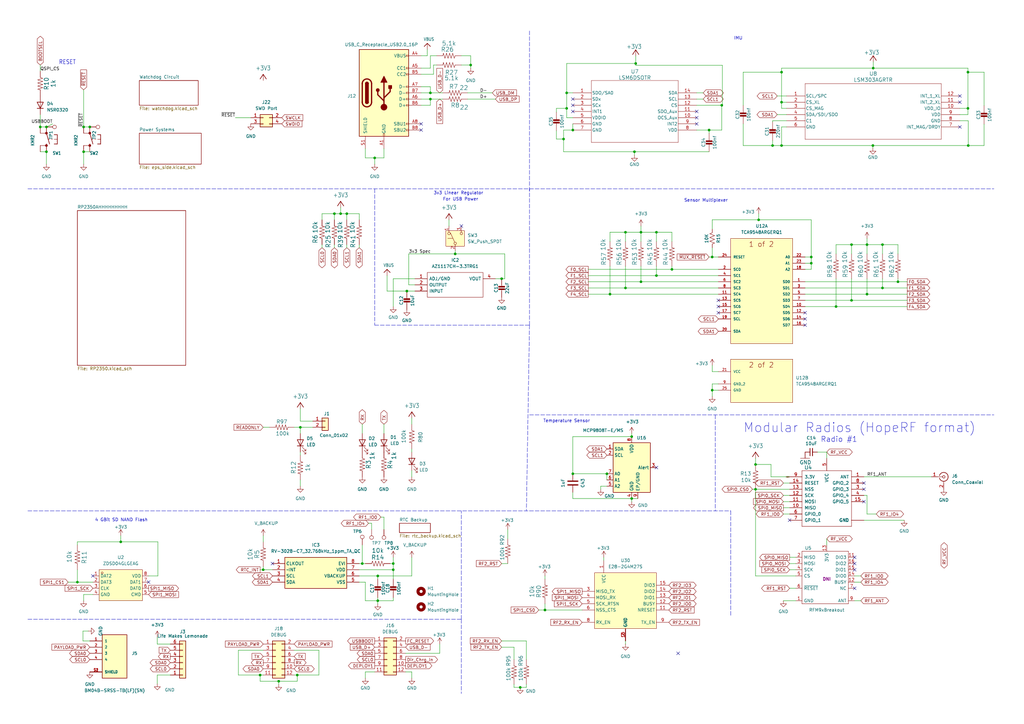
<source format=kicad_sch>
(kicad_sch (version 20250114) (generator "eeschema") (generator_version "9.0")
  (paper "A3")
  (text "Temperature Sensor" (at 222.758 173.482 0) (effects (font (size 1.27 1.27)) (justify left bottom)))
  (text "4 GBit SD NAND Flash" (at 49.784 213.36 0) (effects (font (size 1.27 1.27))))
  (text "3v3 Linear Regulator" (at 177.8 80.01 0) (effects (font (size 1.27 1.27)) (justify left bottom)))
  (text "Radio #1" (at 336.55 181.61 0) (effects (font (size 2.159 2.159)) (justify left bottom)))
  (text "Modular Radios (HopeRF format)" (at 304.8 177.8 0) (effects (font (size 3.81 3.81)) (justify left bottom)))
  (text "For USB Power\n" (at 181.61 82.55 0) (effects (font (size 1.27 1.27)) (justify left bottom)))
  (text "Sensor Multiplexer" (at 289.56 82.296 0) (effects (font (size 1.27 1.27))))
  (text "RESET" (at 24.13 26.67 0) (effects (font (size 1.778 1.5113)) (justify left bottom)))
  (text "IMU\n" (at 300.99 16.51 0) (effects (font (size 1.27 1.27)) (justify left bottom)))
  (junction (at 231.14 57.023))
  (junction (at 262.89 115.57))
  (junction (at 153.67 64.77))
  (junction (at 106.68 276.86))
  (junction (at 154.94 246.38))
  (junction (at 232.41 38.1))
  (junction (at 161.29 231.14))
  (junction (at 256.54 95.25))
  (junction (at 16.51 52.07))
  (junction (at 193.04 26.67))
  (junction (at 148.59 231.14))
  (junction (at 355.6 120.65))
  (junction (at 332.74 107.95))
  (junction (at 176.53 40.64))
  (junction (at 358.013 59.69))
  (junction (at 139.7 87.63))
  (junction (at 361.95 100.33))
  (junction (at 19.05 62.23))
  (junction (at 234.95 53.34))
  (junction (at 114.3 279.4))
  (junction (at 176.53 38.1))
  (junction (at 137.16 87.63))
  (junction (at 311.15 90.17))
  (junction (at 397.002 44.45))
  (junction (at 320.548 29.591))
  (junction (at 256.54 118.11))
  (junction (at 296.037 43.18))
  (junction (at 269.24 95.25))
  (junction (at 292.1 105.41))
  (junction (at 309.88 190.5))
  (junction (at 36.83 52.07))
  (junction (at 275.59 110.49))
  (junction (at 349.25 100.33))
  (junction (at 154.94 236.22))
  (junction (at 49.53 222.25))
  (junction (at 316.865 59.69))
  (junction (at 262.89 95.25))
  (junction (at 250.19 120.65))
  (junction (at 34.29 62.23))
  (junction (at 342.9 125.73))
  (junction (at 205.74 114.3))
  (junction (at 161.29 233.68))
  (junction (at 397.129 59.69))
  (junction (at 121.92 276.86))
  (junction (at 332.74 105.41))
  (junction (at 355.6 100.33))
  (junction (at 166.878 119.38))
  (junction (at 34.29 52.07))
  (junction (at 223.52 250.19))
  (junction (at 358.14 27.94))
  (junction (at 292.1 160.02))
  (junction (at 248.92 194.31))
  (junction (at 259.08 179.07))
  (junction (at 320.548 59.69))
  (junction (at 269.24 113.03))
  (junction (at 309.88 200.66))
  (junction (at 232.41 44.45))
  (junction (at 123.19 175.26))
  (junction (at 19.05 52.07))
  (junction (at 31.75 238.76))
  (junction (at 213.36 281.94))
  (junction (at 186.69 104.14))
  (junction (at 397.002 29.591))
  (junction (at 234.95 194.31))
  (junction (at 361.95 118.11))
  (junction (at 349.25 123.19))
  (junction (at 320.548 41.91))
  (junction (at 107.95 233.68))
  (junction (at 260.731 26.035))
  (junction (at 290.83 53.34))
  (junction (at 368.3 115.57))
  (junction (at 142.24 87.63))
  (junction (at 259.08 204.47))
  (junction (at 260.223 62.23))
  (no_connect (at 354.33 200.66))
  (no_connect (at 60.96 238.76))
  (no_connect (at 350.52 228.6))
  (no_connect (at 172.72 50.8))
  (no_connect (at 234.95 40.64))
  (no_connect (at 350.52 231.14))
  (no_connect (at 189.23 92.71))
  (no_connect (at 111.76 231.14))
  (no_connect (at 172.72 53.34))
  (no_connect (at 323.85 213.36))
  (no_connect (at 350.52 241.3))
  (no_connect (at 330.2 133.35))
  (no_connect (at 354.33 205.74))
  (no_connect (at 294.64 128.27))
  (no_connect (at 354.33 198.12))
  (no_connect (at 294.64 125.73))
  (no_connect (at 278.13 267.97))
  (no_connect (at 269.24 191.77))
  (no_connect (at 294.64 123.19))
  (no_connect (at 330.2 130.81))
  (no_connect (at 285.75 50.8))
  (no_connect (at 393.7 52.07))
  (no_connect (at 350.52 233.68))
  (no_connect (at 234.95 45.72))
  (no_connect (at 393.7 39.37))
  (no_connect (at 330.2 128.27))
  (no_connect (at 234.95 43.18))
  (no_connect (at 285.75 48.26))
  (no_connect (at 393.7 41.91))
  (no_connect (at 38.1 236.22))
  (no_connect (at 285.75 45.72))
  (wire (pts (xy 191.77 38.1) (xy 201.93 38.1)))
  (wire (pts (xy 262.89 92.71) (xy 262.89 95.25)))
  (polyline (pts (xy 217.17 77.47) (xy 407.67 77.47)) (stroke (width 0) (type dash)))
  (wire (pts (xy 397.002 27.94) (xy 397.002 29.591)))
  (wire (pts (xy 208.28 217.17) (xy 208.28 220.98)))
  (wire (pts (xy 176.53 43.18) (xy 172.72 43.18)))
  (wire (pts (xy 316.865 57.658) (xy 316.865 59.69)))
  (wire (pts (xy 107.95 233.68) (xy 111.76 233.68)))
  (wire (pts (xy 326.39 241.3) (xy 323.85 241.3)))
  (wire (pts (xy 403.606 43.307) (xy 403.606 29.591)))
  (wire (pts (xy 153.67 64.77) (xy 149.86 64.77)))
  (wire (pts (xy 323.85 205.74) (xy 321.31 205.74)))
  (wire (pts (xy 231.14 57.023) (xy 231.14 62.23)))
  (wire (pts (xy 292.1 160.02) (xy 292.1 162.56)))
  (wire (pts (xy 139.7 87.63) (xy 139.7 85.09)))
  (wire (pts (xy 316.865 49.53) (xy 322.58 49.53)))
  (wire (pts (xy 167.64 104.14) (xy 186.69 104.14)))
  (wire (pts (xy 157.48 173.99) (xy 157.48 177.8)))
  (wire (pts (xy 38.1 243.84) (xy 34.29 243.84)))
  (wire (pts (xy 151.13 214.63) (xy 152.4 214.63)))
  (wire (pts (xy 260.731 22.987) (xy 260.731 26.035)))
  (wire (pts (xy 34.036 262.89) (xy 34.036 258.826)))
  (wire (pts (xy 166.37 267.97) (xy 180.34 267.97)))
  (wire (pts (xy 321.31 210.82) (xy 323.85 210.82)))
  (wire (pts (xy 160.02 231.14) (xy 161.29 231.14)))
  (wire (pts (xy 393.7 49.53) (xy 397.129 49.53)))
  (wire (pts (xy 207.01 114.3) (xy 205.74 114.3)))
  (wire (pts (xy 148.59 223.52) (xy 148.59 231.14)))
  (wire (pts (xy 176.53 38.1) (xy 172.72 38.1)))
  (wire (pts (xy 228.219 44.45) (xy 232.41 44.45)))
  (wire (pts (xy 349.25 114.3) (xy 349.25 123.19)))
  (wire (pts (xy 393.7 44.45) (xy 397.002 44.45)))
  (wire (pts (xy 269.24 109.22) (xy 269.24 113.03)))
  (wire (pts (xy 355.6 100.33) (xy 355.6 104.14)))
  (wire (pts (xy 147.32 100.33) (xy 147.32 101.6)))
  (wire (pts (xy 168.91 236.22) (xy 168.91 228.6)))
  (wire (pts (xy 223.52 250.19) (xy 238.76 250.19)))
  (wire (pts (xy 167.64 104.14) (xy 167.64 116.84)))
  (wire (pts (xy 304.8 50.8) (xy 304.8 59.69)))
  (wire (pts (xy 147.32 90.17) (xy 147.32 87.63)))
  (wire (pts (xy 148.59 231.14) (xy 149.86 231.14)))
  (wire (pts (xy 256.54 95.25) (xy 262.89 95.25)))
  (wire (pts (xy 358.013 59.69) (xy 358.013 60.706)))
  (wire (pts (xy 36.83 262.89) (xy 34.036 262.89)))
  (wire (pts (xy 397.002 27.94) (xy 358.14 27.94)))
  (wire (pts (xy 189.23 22.86) (xy 193.04 22.86)))
  (wire (pts (xy 154.94 236.22) (xy 154.94 237.49)))
  (wire (pts (xy 123.19 167.64) (xy 123.19 172.72)))
  (wire (pts (xy 114.3 279.4) (xy 121.92 279.4)))
  (wire (pts (xy 232.41 26.035) (xy 260.731 26.035)))
  (wire (pts (xy 320.548 29.591) (xy 320.548 41.91)))
  (wire (pts (xy 256.54 262.89) (xy 256.54 264.16)))
  (wire (pts (xy 158.75 119.38) (xy 166.878 119.38)))
  (polyline (pts (xy 217.17 12.7) (xy 217.17 78.74)) (stroke (width 0) (type dash)))
  (wire (pts (xy 316.865 50.038) (xy 316.865 49.53)))
  (wire (pts (xy 368.3 114.3) (xy 368.3 115.57)))
  (wire (pts (xy 256.54 118.11) (xy 294.64 118.11)))
  (wire (pts (xy 34.29 36.83) (xy 34.29 52.07)))
  (wire (pts (xy 210.82 280.67) (xy 210.82 281.94)))
  (wire (pts (xy 368.3 100.33) (xy 361.95 100.33)))
  (wire (pts (xy 158.75 113.03) (xy 158.75 119.38)))
  (wire (pts (xy 250.19 95.25) (xy 256.54 95.25)))
  (polyline (pts (xy 153.67 133.35) (xy 217.17 133.35)) (stroke (width 0) (type dash)))
  (wire (pts (xy 31.75 223.52) (xy 31.75 222.25)))
  (wire (pts (xy 304.8 43.18) (xy 304.8 29.591)))
  (wire (pts (xy 292.1 90.17) (xy 292.1 93.98)))
  (wire (pts (xy 309.88 200.66) (xy 309.88 236.22)))
  (wire (pts (xy 316.23 195.58) (xy 316.23 190.5)))
  (wire (pts (xy 234.95 204.47) (xy 259.08 204.47)))
  (wire (pts (xy 186.69 104.14) (xy 207.01 104.14)))
  (wire (pts (xy 320.548 27.94) (xy 320.548 29.591)))
  (wire (pts (xy 355.6 203.2) (xy 355.6 210.82)))
  (wire (pts (xy 166.37 275.59) (xy 168.91 275.59)))
  (wire (pts (xy 205.74 231.14) (xy 208.28 231.14)))
  (wire (pts (xy 60.96 236.22) (xy 64.77 236.22)))
  (wire (pts (xy 397.002 44.45) (xy 397.002 46.99)))
  (wire (pts (xy 16.51 62.23) (xy 19.05 62.23)))
  (wire (pts (xy 323.85 195.58) (xy 316.23 195.58)))
  (wire (pts (xy 330.2 123.19) (xy 349.25 123.19)))
  (wire (pts (xy 403.606 29.591) (xy 397.002 29.591)))
  (wire (pts (xy 330.2 120.65) (xy 355.6 120.65)))
  (wire (pts (xy 157.48 60.96) (xy 157.48 64.77)))
  (wire (pts (xy 275.59 99.06) (xy 275.59 95.25)))
  (wire (pts (xy 248.92 194.31) (xy 248.92 196.85)))
  (wire (pts (xy 149.86 275.59) (xy 149.86 278.13)))
  (wire (pts (xy 168.91 184.15) (xy 168.91 185.42)))
  (wire (pts (xy 107.95 175.26) (xy 110.49 175.26)))
  (wire (pts (xy 261.62 204.47) (xy 259.08 204.47)))
  (wire (pts (xy 339.09 220.98) (xy 339.09 223.52)))
  (wire (pts (xy 285.75 40.64) (xy 288.417 40.64)))
  (wire (pts (xy 330.2 115.57) (xy 368.3 115.57)))
  (wire (pts (xy 234.95 50.8) (xy 234.95 53.34)))
  (wire (pts (xy 191.77 40.64) (xy 203.2 40.64)))
  (wire (pts (xy 31.75 238.76) (xy 38.1 238.76)))
  (wire (pts (xy 120.65 266.7) (xy 130.81 266.7)))
  (wire (pts (xy 34.29 243.84) (xy 34.29 246.38)))
  (wire (pts (xy 154.94 247.65) (xy 154.94 246.38)))
  (wire (pts (xy 49.53 219.71) (xy 49.53 222.25)))
  (wire (pts (xy 358.14 25.4) (xy 358.14 27.94)))
  (wire (pts (xy 64.516 264.16) (xy 69.85 264.16)))
  (wire (pts (xy 330.2 110.49) (xy 332.74 110.49)))
  (wire (pts (xy 320.548 27.94) (xy 358.14 27.94)))
  (wire (pts (xy 304.8 59.69) (xy 316.865 59.69)))
  (wire (pts (xy 342.9 100.33) (xy 349.25 100.33)))
  (wire (pts (xy 147.32 231.14) (xy 148.59 231.14)))
  (wire (pts (xy 149.86 246.38) (xy 149.86 238.76)))
  (wire (pts (xy 309.88 200.66) (xy 323.85 200.66)))
  (wire (pts (xy 332.74 105.41) (xy 332.74 90.17)))
  (wire (pts (xy 97.79 276.86) (xy 106.68 276.86)))
  (wire (pts (xy 368.3 115.57) (xy 372.11 115.57)))
  (wire (pts (xy 215.9 280.67) (xy 215.9 281.94)))
  (wire (pts (xy 130.81 276.86) (xy 121.92 276.86)))
  (wire (pts (xy 215.9 262.89) (xy 215.9 270.51)))
  (wire (pts (xy 215.9 281.94) (xy 213.36 281.94)))
  (wire (pts (xy 323.85 203.2) (xy 321.31 203.2)))
  (wire (pts (xy 368.3 104.14) (xy 368.3 100.33)))
  (wire (pts (xy 342.9 114.3) (xy 342.9 125.73)))
  (wire (pts (xy 175.26 22.86) (xy 175.26 20.32)))
  (wire (pts (xy 234.95 53.34) (xy 231.14 53.34)))
  (wire (pts (xy 269.24 113.03) (xy 294.64 113.03)))
  (wire (pts (xy 107.95 232.41) (xy 107.95 233.68)))
  (wire (pts (xy 177.8 26.67) (xy 179.07 26.67)))
  (wire (pts (xy 157.48 64.77) (xy 153.67 64.77)))
  (wire (pts (xy 142.24 100.33) (xy 142.24 101.6)))
  (wire (pts (xy 186.69 102.87) (xy 186.69 104.14)))
  (wire (pts (xy 193.04 22.86) (xy 193.04 26.67)))
  (wire (pts (xy 275.59 109.22) (xy 275.59 110.49)))
  (wire (pts (xy 397.129 49.53) (xy 397.129 59.69)))
  (wire (pts (xy 241.3 118.11) (xy 256.54 118.11)))
  (wire (pts (xy 31.75 222.25) (xy 49.53 222.25)))
  (wire (pts (xy 296.291 43.18) (xy 296.291 26.797)))
  (wire (pts (xy 330.2 105.41) (xy 332.74 105.41)))
  (wire (pts (xy 161.29 233.68) (xy 161.29 231.14)))
  (wire (pts (xy 220.98 250.19) (xy 223.52 250.19)))
  (wire (pts (xy 168.91 193.04) (xy 168.91 195.58)))
  (wire (pts (xy 250.19 99.06) (xy 250.19 95.25)))
  (wire (pts (xy 147.32 236.22) (xy 154.94 236.22)))
  (wire (pts (xy 292.1 152.4) (xy 294.64 152.4)))
  (wire (pts (xy 102.87 48.26) (xy 96.52 48.26)))
  (wire (pts (xy 34.036 258.826) (xy 36.195 258.826)))
  (polyline (pts (xy 217.17 133.35) (xy 217.17 77.47)) (stroke (width 0) (type dash)))
  (wire (pts (xy 97.79 266.7) (xy 97.79 276.86)))
  (wire (pts (xy 168.91 171.45) (xy 168.91 173.99)))
  (wire (pts (xy 180.34 267.97) (xy 180.34 264.16)))
  (wire (pts (xy 355.6 120.65) (xy 372.11 120.65)))
  (polyline (pts (xy 11.43 209.55) (xy 217.17 209.55)) (stroke (width 0) (type dash)))
  (wire (pts (xy 172.72 30.48) (xy 177.8 30.48)))
  (wire (pts (xy 16.51 29.21) (xy 16.51 26.67)))
  (wire (pts (xy 19.05 52.07) (xy 16.51 52.07)))
  (wire (pts (xy 234.95 179.07) (xy 259.08 179.07)))
  (wire (pts (xy 176.53 27.94) (xy 176.53 22.86)))
  (wire (pts (xy 361.95 104.14) (xy 361.95 100.33)))
  (wire (pts (xy 241.3 110.49) (xy 275.59 110.49)))
  (wire (pts (xy 241.3 115.57) (xy 262.89 115.57)))
  (wire (pts (xy 275.59 95.25) (xy 269.24 95.25)))
  (wire (pts (xy 123.19 175.26) (xy 123.19 177.8)))
  (wire (pts (xy 292.1 160.02) (xy 294.64 160.02)))
  (wire (pts (xy 339.09 185.42) (xy 335.28 185.42)))
  (wire (pts (xy 149.86 238.76) (xy 147.32 238.76)))
  (wire (pts (xy 285.75 43.18) (xy 296.037 43.18)))
  (wire (pts (xy 342.9 104.14) (xy 342.9 100.33)))
  (wire (pts (xy 290.83 105.41) (xy 292.1 105.41)))
  (wire (pts (xy 207.01 104.14) (xy 207.01 114.3)))
  (wire (pts (xy 259.08 205.74) (xy 259.08 204.47)))
  (polyline (pts (xy 11.43 77.47) (xy 217.17 77.47)) (stroke (width 0) (type dash)))
  (polyline (pts (xy 189.23 254) (xy 189.23 209.55)) (stroke (width 0) (type dash)))
  (wire (pts (xy 176.53 40.64) (xy 172.72 40.64)))
  (wire (pts (xy 332.74 110.49) (xy 332.74 107.95)))
  (wire (pts (xy 232.41 38.1) (xy 234.95 38.1)))
  (wire (pts (xy 176.53 40.64) (xy 176.53 43.18)))
  (wire (pts (xy 228.219 57.023) (xy 231.14 57.023)))
  (wire (pts (xy 294.64 157.48) (xy 292.1 157.48)))
  (polyline (pts (xy 293.37 170.18) (xy 293.37 209.55)) (stroke (width 0) (type dash)))
  (wire (pts (xy 223.52 247.65) (xy 223.52 250.19)))
  (wire (pts (xy 250.19 120.65) (xy 294.64 120.65)))
  (wire (pts (xy 241.3 113.03) (xy 269.24 113.03)))
  (wire (pts (xy 232.41 38.1) (xy 232.41 26.035)))
  (wire (pts (xy 304.8 29.591) (xy 320.548 29.591)))
  (polyline (pts (xy 153.67 77.47) (xy 153.67 133.35)) (stroke (width 0) (type dash)))
  (wire (pts (xy 142.24 87.63) (xy 139.7 87.63)))
  (wire (pts (xy 248.92 199.39) (xy 246.38 199.39)))
  (wire (pts (xy 107.95 266.7) (xy 97.79 266.7)))
  (wire (pts (xy 172.72 27.94) (xy 176.53 27.94)))
  (wire (pts (xy 176.53 22.86) (xy 179.07 22.86)))
  (wire (pts (xy 355.6 97.79) (xy 355.6 100.33)))
  (wire (pts (xy 231.14 62.23) (xy 260.223 62.23)))
  (wire (pts (xy 121.92 276.86) (xy 121.92 279.4)))
  (wire (pts (xy 397.129 59.69) (xy 358.013 59.69)))
  (wire (pts (xy 176.53 38.1) (xy 176.53 35.56)))
  (wire (pts (xy 232.41 48.26) (xy 232.41 44.45)))
  (wire (pts (xy 260.223 62.23) (xy 260.223 63.627)))
  (polyline (pts (xy 299.72 209.55) (xy 299.72 252.73)) (stroke (width 0) (type dash)))
  (wire (pts (xy 318.77 39.37) (xy 322.58 39.37)))
  (polyline (pts (xy 217.17 170.18) (xy 407.67 170.18)) (stroke (width 0) (type dash)))
  (wire (pts (xy 167.64 116.84) (xy 170.18 116.84)))
  (wire (pts (xy 114.3 279.4) (xy 114.3 280.67)))
  (wire (pts (xy 397.002 44.45) (xy 397.002 29.591)))
  (wire (pts (xy 161.29 125.73) (xy 161.29 114.3)))
  (wire (pts (xy 130.81 266.7) (xy 130.81 276.86)))
  (wire (pts (xy 210.82 265.43) (xy 210.82 270.51)))
  (wire (pts (xy 123.19 172.72) (xy 128.27 172.72)))
  (wire (pts (xy 349.25 123.19) (xy 372.11 123.19)))
  (wire (pts (xy 354.33 213.36) (xy 370.84 213.36)))
  (wire (pts (xy 247.65 228.6) (xy 247.65 229.87)))
  (wire (pts (xy 36.83 62.23) (xy 34.29 62.23)))
  (wire (pts (xy 361.95 114.3) (xy 361.95 118.11)))
  (wire (pts (xy 275.59 110.49) (xy 294.64 110.49)))
  (wire (pts (xy 177.8 30.48) (xy 177.8 26.67)))
  (wire (pts (xy 176.53 35.56) (xy 172.72 35.56)))
  (wire (pts (xy 149.86 64.77) (xy 149.86 60.96)))
  (wire (pts (xy 156.21 212.09) (xy 157.48 212.09)))
  (wire (pts (xy 292.1 149.86) (xy 292.1 152.4)))
  (wire (pts (xy 353.06 246.38) (xy 350.52 246.38)))
  (wire (pts (xy 262.89 109.22) (xy 262.89 115.57)))
  (wire (pts (xy 142.24 90.17) (xy 142.24 87.63)))
  (wire (pts (xy 157.48 212.09) (xy 157.48 217.17)))
  (wire (pts (xy 321.31 246.38) (xy 326.39 246.38)))
  (wire (pts (xy 403.606 50.927) (xy 403.606 59.69)))
  (wire (pts (xy 123.19 175.26) (xy 128.27 175.26)))
  (wire (pts (xy 296.037 43.18) (xy 296.037 53.34)))
  (wire (pts (xy 246.38 199.39) (xy 246.38 200.66)))
  (wire (pts (xy 31.75 233.68) (xy 31.75 238.76)))
  (wire (pts (xy 354.33 195.58) (xy 382.016 195.58)))
  (wire (pts (xy 330.2 118.11) (xy 361.95 118.11)))
  (wire (pts (xy 290.83 62.23) (xy 260.223 62.23)))
  (wire (pts (xy 184.15 90.17) (xy 184.15 92.71)))
  (wire (pts (xy 228.219 53.594) (xy 228.219 57.023)))
  (wire (pts (xy 154.94 236.22) (xy 168.91 236.22)))
  (wire (pts (xy 349.25 100.33) (xy 355.6 100.33)))
  (wire (pts (xy 323.85 208.28) (xy 321.31 208.28)))
  (wire (pts (xy 292.1 157.48) (xy 292.1 160.02)))
  (wire (pts (xy 262.89 115.57) (xy 294.64 115.57)))
  (wire (pts (xy 232.41 48.26) (xy 234.95 48.26)))
  (wire (pts (xy 256.54 95.25) (xy 256.54 99.06)))
  (wire (pts (xy 355.6 114.3) (xy 355.6 120.65)))
  (wire (pts (xy 322.58 52.07) (xy 320.548 52.07)))
  (wire (pts (xy 234.95 179.07) (xy 234.95 194.31)))
  (wire (pts (xy 292.1 90.17) (xy 311.15 90.17)))
  (wire (pts (xy 205.74 265.43) (xy 210.82 265.43)))
  (wire (pts (xy 172.72 22.86) (xy 175.26 22.86)))
  (wire (pts (xy 123.19 196.85) (xy 123.19 199.39)))
  (wire (pts (xy 322.58 44.45) (xy 320.548 44.45)))
  (wire (pts (xy 106.68 233.68) (xy 107.95 233.68)))
  (wire (pts (xy 330.2 125.73) (xy 342.9 125.73)))
  (wire (pts (xy 231.14 53.34) (xy 231.14 57.023)))
  (wire (pts (xy 34.29 52.07) (xy 36.83 52.07)))
  (wire (pts (xy 292.1 105.41) (xy 292.1 101.6)))
  (wire (pts (xy 241.3 120.65) (xy 250.19 120.65)))
  (wire (pts (xy 353.06 238.76) (xy 350.52 238.76)))
  (wire (pts (xy 316.23 190.5) (xy 309.88 190.5)))
  (wire (pts (xy 326.39 228.6) (xy 323.85 228.6)))
  (polyline (pts (xy 189.23 254) (xy 189.23 284.48)) (stroke (width 0) (type dash)))
  (wire (pts (xy 320.548 59.69) (xy 358.013 59.69)))
  (wire (pts (xy 234.95 204.47) (xy 234.95 201.93)))
  (polyline (pts (xy 11.43 254) (xy 189.23 254)) (stroke (width 0) (type dash)))
  (wire (pts (xy 106.68 279.4) (xy 114.3 279.4)))
  (wire (pts (xy 232.41 44.45) (xy 232.41 38.1)))
  (wire (pts (xy 320.548 52.07) (xy 320.548 59.69)))
  (wire (pts (xy 228.219 45.974) (xy 228.219 44.45)))
  (wire (pts (xy 294.64 105.41) (xy 292.1 105.41)))
  (wire (pts (xy 361.95 118.11) (xy 372.11 118.11)))
  (wire (pts (xy 260.731 26.797) (xy 296.291 26.797)))
  (wire (pts (xy 132.08 100.33) (xy 132.08 101.6)))
  (wire (pts (xy 342.9 125.73) (xy 372.11 125.73)))
  (wire (pts (xy 137.16 87.63) (xy 139.7 87.63)))
  (wire (pts (xy 166.878 119.38) (xy 170.18 119.38)))
  (wire (pts (xy 154.94 245.11) (xy 154.94 246.38)))
  (wire (pts (xy 256.54 109.22) (xy 256.54 118.11)))
  (wire (pts (xy 353.06 236.22) (xy 350.52 236.22)))
  (wire (pts (xy 161.29 245.11) (xy 161.29 246.38)))
  (wire (pts (xy 64.516 276.86) (xy 64.516 280.416)))
  (wire (pts (xy 311.15 90.17) (xy 311.15 87.63)))
  (wire (pts (xy 16.51 46.99) (xy 16.51 52.07)))
  (wire (pts (xy 393.7 46.99) (xy 397.002 46.99)))
  (polyline (pts (xy 217.17 209.55) (xy 299.72 209.55)) (stroke (width 0) (type dash)))
  (wire (pts (xy 193.04 26.67) (xy 193.04 27.94)))
  (wire (pts (xy 176.53 38.1) (xy 181.61 38.1)))
  (wire (pts (xy 27.94 238.76) (xy 31.75 238.76)))
  (wire (pts (xy 355.6 210.82) (xy 359.41 210.82)))
  (wire (pts (xy 234.95 194.31) (xy 248.92 194.31)))
  (wire (pts (xy 262.89 95.25) (xy 262.89 99.06)))
  (wire (pts (xy 123.19 185.42) (xy 123.19 186.69)))
  (wire (pts (xy 64.516 261.366) (xy 64.516 264.16)))
  (wire (pts (xy 161.29 233.68) (xy 161.29 237.49)))
  (wire (pts (xy 189.23 26.67) (xy 193.04 26.67)))
  (wire (pts (xy 106.68 276.86) (xy 106.68 279.4)))
  (wire (pts (xy 309.88 236.22) (xy 326.39 236.22)))
  (wire (pts (xy 168.91 275.59) (xy 168.91 278.13)))
  (wire (pts (xy 19.05 62.23) (xy 19.05 67.31)))
  (wire (pts (xy 323.85 198.12) (xy 321.31 198.12)))
  (wire (pts (xy 64.77 222.25) (xy 49.53 222.25)))
  (wire (pts (xy 320.548 41.91) (xy 320.548 44.45)))
  (wire (pts (xy 149.86 246.38) (xy 154.94 246.38)))
  (wire (pts (xy 120.65 276.86) (xy 121.92 276.86)))
  (wire (pts (xy 147.32 233.68) (xy 161.29 233.68)))
  (wire (pts (xy 308.61 200.66) (xy 309.88 200.66)))
  (wire (pts (xy 326.39 231.14) (xy 323.85 231.14)))
  (wire (pts (xy 339.09 185.42) (xy 339.09 187.96)))
  (wire (pts (xy 403.606 59.69) (xy 397.129 59.69)))
  (wire (pts (xy 330.2 107.95) (xy 332.74 107.95)))
  (wire (pts (xy 132.08 90.17) (xy 132.08 87.63)))
  (wire (pts (xy 137.16 87.63) (xy 137.16 90.17)))
  (wire (pts (xy 161.29 246.38) (xy 154.94 246.38)))
  (wire (pts (xy 69.85 276.86) (xy 64.516 276.86)))
  (wire (pts (xy 161.29 231.14) (xy 161.29 228.6)))
  (wire (pts (xy 316.865 59.69) (xy 320.548 59.69)))
  (wire (pts (xy 106.68 276.86) (xy 107.95 276.86)))
  (wire (pts (xy 269.24 95.25) (xy 262.89 95.25)))
  (wire (pts (xy 152.4 214.63) (xy 152.4 217.17)))
  (wire (pts (xy 285.75 53.34) (xy 290.83 53.34)))
  (wire (pts (xy 332.74 90.17) (xy 311.15 90.17)))
  (wire (pts (xy 290.83 53.34) (xy 290.83 54.61)))
  (wire (pts (xy 285.75 38.1) (xy 288.417 38.1)))
  (wire (pts (xy 250.19 109.22) (xy 250.19 120.65)))
  (wire (pts (xy 132.08 87.63) (xy 137.16 87.63)))
  (wire (pts (xy 290.83 53.34) (xy 296.037 53.34)))
  (wire (pts (xy 349.25 100.33) (xy 349.25 104.14)))
  (wire (pts (xy 296.037 43.18) (xy 296.291 43.18)))
  (wire (pts (xy 259.08 177.8) (xy 259.08 179.07)))
  (wire (pts (xy 205.74 262.89) (xy 215.9 262.89)))
  (wire (pts (xy 147.32 87.63) (xy 142.24 87.63)))
  (wire (pts (xy 120.65 175.26) (xy 123.19 175.26)))
  (wire (pts (xy 332.74 107.95) (xy 332.74 105.41)))
  (wire (pts (xy 176.53 40.64) (xy 181.61 40.64)))
  (wire (pts (xy 260.731 26.035) (xy 260.731 26.797)))
  (polyline (pts (xy 217.17 133.35) (xy 215.9 209.55)) (stroke (width 0) (type dash)))
  (wire (pts (xy 210.82 281.94) (xy 213.36 281.94)))
  (wire (pts (xy 161.29 114.3) (xy 170.18 114.3)))
  (wire (pts (xy 322.58 41.91) (xy 320.548 41.91)))
  (wire (pts (xy 326.39 233.68) (xy 323.85 233.68)))
  (wire (pts (xy 21.59 50.8) (xy 19.05 52.07)))
  (wire (pts (xy 205.74 114.3) (xy 203.2 114.3)))
  (wire (pts (xy 153.67 275.59) (xy 149.86 275.59)))
  (wire (pts (xy 64.77 222.25) (xy 64.77 236.22)))
  (wire (pts (xy 137.16 100.33) (xy 137.16 101.6)))
  (wire (pts (xy 34.29 67.31) (xy 34.29 62.23)))
  (wire (pts (xy 309.88 190.5) (xy 309.88 187.96)))
  (wire (pts (xy 107.95 219.71) (xy 107.95 222.25)))
  (wire (pts (xy 354.33 203.2) (xy 355.6 203.2)))
  (wire (pts (xy 318.77 46.99) (xy 322.58 46.99)))
  (wire (pts (xy 223.52 236.22) (xy 223.52 237.49)))
  (wire (pts (xy 148.59 173.99) (xy 148.59 177.8)))
  (wire (pts (xy 153.67 64.77) (xy 153.67 67.31)))
  (wire (pts (xy 361.95 100.33) (xy 355.6 100.33)))
  (wire (pts (xy 269.24 99.06) (xy 269.24 95.25)))
  (label "D-" (at 196.85 38.1 0) (effects (font (size 1.2446 1.2446))))
  (label "QSPI_CS" (at 16.51 29.21 0) (effects (font (size 1.2446 1.2446))))
  (label "3v3 Spec" (at 167.64 104.14 0))
  (label "~{RESET}" (at 34.29 52.07 90) (effects (font (size 1.2446 1.2446))))
  (label "~{RESET}" (at 96.52 48.26 180) (effects (font (size 1.2446 1.2446))))
  (label "RF1_ANT" (at 355.6 195.58 0))
  (label "D+" (at 196.85 40.64 0) (effects (font (size 1.2446 1.2446))))
  (label "USBBOOT" (at 21.59 50.8 180) (effects (font (size 1.2446 1.2446))))
  (global_label "SDA0" (shape bidirectional) (at 36.83 267.97 180) (property "Intersheetrefs" "${INTERSHEET_REFS}" (effects (hide yes))))
  (global_label "BOOTSEL" (shape bidirectional) (at 16.51 26.67 90) (property "Intersheetrefs" "${INTERSHEET_REFS}" (effects (hide yes))))
  (global_label "SCL0" (shape bidirectional) (at 69.85 274.32 180) (property "Intersheetrefs" "${INTERSHEET_REFS}" (effects (hide yes))))
  (global_label "SCL1" (shape bidirectional) (at 318.77 39.37 180) (property "Intersheetrefs" "${INTERSHEET_REFS}" (effects (hide yes))))
  (global_label "RF2_RST" (shape input) (at 205.74 231.14 180) (property "Intersheetrefs" "${INTERSHEET_REFS}" (effects (hide yes))))
  (global_label "SPI0_CS0" (shape bidirectional) (at 308.61 200.66 180) (property "Intersheetrefs" "${INTERSHEET_REFS}" (effects (hide yes))))
  (global_label "RF1_IO0" (shape bidirectional) (at 353.06 236.22 0) (property "Intersheetrefs" "${INTERSHEET_REFS}" (effects (hide yes))))
  (global_label "F1_SCL" (shape output) (at 241.3 113.03 180) (property "Intersheetrefs" "${INTERSHEET_REFS}" (effects (hide yes))))
  (global_label "SWDIO" (shape input) (at 115.57 50.8 0) (property "Intersheetrefs" "${INTERSHEET_REFS}" (effects (hide yes))))
  (global_label "SPI0_MOSI" (shape input) (at 321.31 205.74 180) (property "Intersheetrefs" "${INTERSHEET_REFS}" (effects (hide yes))))
  (global_label "RF1_IO4" (shape bidirectional) (at 359.41 210.82 0) (property "Intersheetrefs" "${INTERSHEET_REFS}" (effects (hide yes))))
  (global_label "~{RESET}" (shape input) (at 34.29 36.83 90) (property "Intersheetrefs" "${INTERSHEET_REFS}" (effects (hide yes))))
  (global_label "RF1_RST" (shape bidirectional) (at 323.85 241.3 180) (property "Intersheetrefs" "${INTERSHEET_REFS}" (effects (hide yes))))
  (global_label "TX" (shape bidirectional) (at 157.48 173.99 90) (property "Intersheetrefs" "${INTERSHEET_REFS}" (effects (hide yes))))
  (global_label "USBBOOT" (shape output) (at 153.67 262.89 180) (property "Intersheetrefs" "${INTERSHEET_REFS}" (effects (hide yes))))
  (global_label "F3_SCL" (shape output) (at 241.3 118.11 180) (property "Intersheetrefs" "${INTERSHEET_REFS}" (effects (hide yes))))
  (global_label "~{MUX_RESET}" (shape input) (at 290.83 105.41 180) (property "Intersheetrefs" "${INTERSHEET_REFS}" (effects (hide yes))))
  (global_label "SPI1_CS0" (shape input) (at 220.98 250.19 180) (property "Intersheetrefs" "${INTERSHEET_REFS}" (effects (hide yes))))
  (global_label "RF_VCC" (shape bidirectional) (at 339.09 220.98 0) (property "Intersheetrefs" "${INTERSHEET_REFS}" (effects (hide yes))))
  (global_label "USB_D+" (shape input) (at 153.67 265.43 180) (property "Intersheetrefs" "${INTERSHEET_REFS}" (effects (hide yes))))
  (global_label "SPI1_SCK" (shape input) (at 238.76 247.65 180) (property "Intersheetrefs" "${INTERSHEET_REFS}" (effects (hide yes))))
  (global_label "TX" (shape input) (at 120.65 269.24 0) (property "Intersheetrefs" "${INTERSHEET_REFS}" (effects (hide yes))))
  (global_label "SPI0_MISO" (shape output) (at 321.31 208.28 180) (property "Intersheetrefs" "${INTERSHEET_REFS}" (effects (hide yes))))
  (global_label "SCL0" (shape bidirectional) (at 120.65 274.32 0) (property "Intersheetrefs" "${INTERSHEET_REFS}" (effects (hide yes))))
  (global_label "RF2_TX_EN" (shape input) (at 205.74 265.43 180) (property "Intersheetrefs" "${INTERSHEET_REFS}" (effects (hide yes))))
  (global_label "TX" (shape input) (at 107.95 269.24 180) (property "Intersheetrefs" "${INTERSHEET_REFS}" (effects (hide yes))))
  (global_label "RF1_IO0" (shape bidirectional) (at 321.31 210.82 180) (property "Intersheetrefs" "${INTERSHEET_REFS}" (effects (hide yes))))
  (global_label "SCL1" (shape bidirectional) (at 142.24 101.6 270) (property "Intersheetrefs" "${INTERSHEET_REFS}" (effects (hide yes))))
  (global_label "SWCLK" (shape input) (at 115.57 48.26 0) (property "Intersheetrefs" "${INTERSHEET_REFS}" (effects (hide yes))))
  (global_label "SDA0" (shape bidirectional) (at 137.16 101.6 270) (property "Intersheetrefs" "${INTERSHEET_REFS}" (effects (hide yes))))
  (global_label "RF2_IO3" (shape bidirectional) (at 274.32 240.03 0) (property "Intersheetrefs" "${INTERSHEET_REFS}" (effects (hide yes))))
  (global_label "SDA1" (shape bidirectional) (at 288.417 38.1 0) (property "Intersheetrefs" "${INTERSHEET_REFS}" (effects (hide yes))))
  (global_label "RF2_IO2" (shape bidirectional) (at 274.32 242.57 0) (property "Intersheetrefs" "${INTERSHEET_REFS}" (effects (hide yes))))
  (global_label "RF1_IO4" (shape bidirectional) (at 151.13 214.63 180) (property "Intersheetrefs" "${INTERSHEET_REFS}" (effects (hide yes))))
  (global_label "F4_SDA" (shape output) (at 372.11 125.73 0) (property "Intersheetrefs" "${INTERSHEET_REFS}" (effects (hide yes))))
  (global_label "F4_SCL" (shape output) (at 241.3 120.65 180) (property "Intersheetrefs" "${INTERSHEET_REFS}" (effects (hide yes))))
  (global_label "SDA0" (shape bidirectional) (at 107.95 274.32 180) (property "Intersheetrefs" "${INTERSHEET_REFS}" (effects (hide yes))))
  (global_label "RF2_IO1" (shape bidirectional) (at 274.32 245.11 0) (property "Intersheetrefs" "${INTERSHEET_REFS}" (effects (hide yes))))
  (global_label "RF2_RX_EN" (shape input) (at 205.74 262.89 180) (property "Intersheetrefs" "${INTERSHEET_REFS}" (effects (hide yes))))
  (global_label "SDA1" (shape bidirectional) (at 294.64 135.89 180) (property "Intersheetrefs" "${INTERSHEET_REFS}" (effects (hide yes))))
  (global_label "SCL1" (shape bidirectional) (at 294.64 130.81 180) (property "Intersheetrefs" "${INTERSHEET_REFS}" (effects (hide yes))))
  (global_label "SCL0" (shape bidirectional) (at 36.83 270.51 180) (property "Intersheetrefs" "${INTERSHEET_REFS}" (effects (hide yes))))
  (global_label "RF2_RX_EN" (shape input) (at 238.76 255.27 180) (property "Intersheetrefs" "${INTERSHEET_REFS}" (effects (hide yes))))
  (global_label "SCL1" (shape bidirectional) (at 288.417 40.64 0) (property "Intersheetrefs" "${INTERSHEET_REFS}" (effects (hide yes))))
  (global_label "RX" (shape output) (at 120.65 271.78 0) (property "Intersheetrefs" "${INTERSHEET_REFS}" (effects (hide yes))))
  (global_label "SCL0" (shape bidirectional) (at 132.08 101.6 270) (property "Intersheetrefs" "${INTERSHEET_REFS}" (effects (hide yes))))
  (global_label "RF2_IO0" (shape bidirectional) (at 274.32 247.65 0) (property "Intersheetrefs" "${INTERSHEET_REFS}" (effects (hide yes))))
  (global_label "SPI1_MISO" (shape output) (at 238.76 242.57 180) (property "Intersheetrefs" "${INTERSHEET_REFS}" (effects (hide yes))))
  (global_label "SPI1_CS1" (shape input) (at 27.94 238.76 180) (property "Intersheetrefs" "${INTERSHEET_REFS}" (effects (hide yes))))
  (global_label "SCL1" (shape bidirectional) (at 248.92 186.69 180) (property "Intersheetrefs" "${INTERSHEET_REFS}" (effects (hide yes))))
  (global_label "USB_DM" (shape input) (at 201.93 38.1 0) (property "Intersheetrefs" "${INTERSHEET_REFS}" (effects (hide yes))))
  (global_label "TX" (shape input) (at 69.85 266.7 180) (property "Intersheetrefs" "${INTERSHEET_REFS}" (effects (hide yes))))
  (global_label "FC_RESET" (shape output) (at 166.37 262.89 0) (property "Intersheetrefs" "${INTERSHEET_REFS}" (effects (hide yes))))
  (global_label "Dir_Chrg_In" (shape output) (at 166.37 270.51 0) (property "Intersheetrefs" "${INTERSHEET_REFS}" (effects (hide yes))))
  (global_label "F3_SDA" (shape output) (at 372.11 123.19 0) (property "Intersheetrefs" "${INTERSHEET_REFS}" (effects (hide yes))))
  (global_label "PAYLOAD_PWR" (shape input) (at 36.83 265.43 180) (property "Intersheetrefs" "${INTERSHEET_REFS}" (effects (hide yes))))
  (global_label "USB_D-" (shape input) (at 180.34 38.1 90) (property "Intersheetrefs" "${INTERSHEET_REFS}" (effects (hide yes))))
  (global_label "READONLY" (shape input) (at 107.95 175.26 180) (property "Intersheetrefs" "${INTERSHEET_REFS}" (effects (hide yes))))
  (global_label "RF1_RST" (shape bidirectional) (at 321.31 198.12 180) (property "Intersheetrefs" "${INTERSHEET_REFS}" (effects (hide yes))))
  (global_label "SPI0_MISO" (shape output) (at 323.85 228.6 180) (property "Intersheetrefs" "${INTERSHEET_REFS}" (effects (hide yes))))
  (global_label "SDA1" (shape bidirectional) (at 318.77 46.99 180) (property "Intersheetrefs" "${INTERSHEET_REFS}" (effects (hide yes))))
  (global_label "SPI1_MOSI" (shape input) (at 238.76 245.11 180) (property "Intersheetrefs" "${INTERSHEET_REFS}" (effects (hide yes))))
  (global_label "RF1_IO4" (shape bidirectional) (at 353.06 238.76 0) (property "Intersheetrefs" "${INTERSHEET_REFS}" (effects (hide yes))))
  (global_label "F1_SDA" (shape output) (at 372.11 118.11 0) (property "Intersheetrefs" "${INTERSHEET_REFS}" (effects (hide yes))))
  (global_label "RX" (shape bidirectional) (at 148.59 173.99 90) (property "Intersheetrefs" "${INTERSHEET_REFS}" (effects (hide yes))))
  (global_label "RF2_RST" (shape input) (at 274.32 250.19 0) (property "Intersheetrefs" "${INTERSHEET_REFS}" (effects (hide yes))))
  (global_label "DEPLOY1" (shape output) (at 153.67 273.05 180) (property "Intersheetrefs" "${INTERSHEET_REFS}" (effects (hide yes))))
  (global_label "SPI0_SCK" (shape input) (at 323.85 233.68 180) (property "Intersheetrefs" "${INTERSHEET_REFS}" (effects (hide yes))))
  (global_label "SPI0_SCK" (shape input) (at 321.31 203.2 180) (property "Intersheetrefs" "${INTERSHEET_REFS}" (effects (hide yes))))
  (global_label "PAYLOAD_PWR" (shape input) (at 107.95 264.16 180) (property "Intersheetrefs" "${INTERSHEET_REFS}" (effects (hide yes))))
  (global_label "SCL1" (shape bidirectional) (at 111.76 236.22 180) (property "Intersheetrefs" "${INTERSHEET_REFS}" (effects (hide yes))))
  (global_label "RF1_IO0" (shape bidirectional) (at 156.21 212.09 180) (property "Intersheetrefs" "${INTERSHEET_REFS}" (effects (hide yes))))
  (global_label "RF_VCC" (shape bidirectional) (at 339.09 185.42 0) (property "Intersheetrefs" "${INTERSHEET_REFS}" (effects (hide yes))))
  (global_label "SDA0" (shape output) (at 153.67 267.97 180) (property "Intersheetrefs" "${INTERSHEET_REFS}" (effects (hide yes))))
  (global_label "SDA1" (shape bidirectional) (at 111.76 238.76 180) (property "Intersheetrefs" "${INTERSHEET_REFS}" (effects (hide yes))))
  (global_label "RTC_INT" (shape output) (at 106.68 233.68 180) (property "Intersheetrefs" "${INTERSHEET_REFS}" (effects (hide yes))))
  (global_label "SDA0" (shape bidirectional) (at 69.85 271.78 180) (property "Intersheetrefs" "${INTERSHEET_REFS}" (effects (hide yes))))
  (global_label "SPI1_MOSI" (shape input) (at 60.96 243.84 0) (property "Intersheetrefs" "${INTERSHEET_REFS}" (effects (hide yes))))
  (global_label "RX" (shape output) (at 69.85 269.24 180) (property "Intersheetrefs" "${INTERSHEET_REFS}" (effects (hide yes))))
  (global_label "SDA1" (shape bidirectional) (at 248.92 184.15 180) (property "Intersheetrefs" "${INTERSHEET_REFS}" (effects (hide yes))))
  (global_label "PAYLOAD_PWR" (shape input) (at 120.65 264.16 0) (property "Intersheetrefs" "${INTERSHEET_REFS}" (effects (hide yes))))
  (global_label "USB_DP" (shape input) (at 203.2 40.64 0) (property "Intersheetrefs" "${INTERSHEET_REFS}" (effects (hide yes))))
  (global_label "3.3V" (shape bidirectional) (at 323.85 195.58 180) (effects (font (size 0.254 0.254))) (property "Intersheetrefs" "${INTERSHEET_REFS}" (effects (hide yes))))
  (global_label "SDA1" (shape bidirectional) (at 147.32 101.6 270) (property "Intersheetrefs" "${INTERSHEET_REFS}" (effects (hide yes))))
  (global_label "SPI1_SCK" (shape input) (at 38.1 241.3 180) (property "Intersheetrefs" "${INTERSHEET_REFS}" (effects (hide yes))))
  (global_label "DEPLOY1" (shape output) (at 166.37 273.05 0) (property "Intersheetrefs" "${INTERSHEET_REFS}" (effects (hide yes))))
  (global_label "F2_SDA" (shape output) (at 372.11 120.65 0) (property "Intersheetrefs" "${INTERSHEET_REFS}" (effects (hide yes))))
  (global_label "SPI0_MOSI" (shape input) (at 323.85 231.14 180) (property "Intersheetrefs" "${INTERSHEET_REFS}" (effects (hide yes))))
  (global_label "F0_SCL" (shape output) (at 241.3 110.49 180) (property "Intersheetrefs" "${INTERSHEET_REFS}" (effects (hide yes))))
  (global_label "RF1_ANT" (shape bidirectional) (at 353.06 246.38 0) (property "Intersheetrefs" "${INTERSHEET_REFS}" (effects (hide yes))))
  (global_label "SPI1_MISO" (shape output) (at 60.96 241.3 0) (property "Intersheetrefs" "${INTERSHEET_REFS}" (effects (hide yes))))
  (global_label "F2_SCL" (shape output) (at 241.3 115.57 180) (property "Intersheetrefs" "${INTERSHEET_REFS}" (effects (hide yes))))
  (global_label "RX" (shape output) (at 107.95 271.78 180) (property "Intersheetrefs" "${INTERSHEET_REFS}" (effects (hide yes))))
  (global_label "F0_SDA" (shape output) (at 372.11 115.57 0) (property "Intersheetrefs" "${INTERSHEET_REFS}" (effects (hide yes))))
  (global_label "RF_VCC" (shape bidirectional) (at 387.223 233.045 90) (property "Intersheetrefs" "${INTERSHEET_REFS}" (effects (hide yes))))
  (global_label "USB_D-" (shape input) (at 166.37 265.43 0) (property "Intersheetrefs" "${INTERSHEET_REFS}" (effects (hide yes))))
  (global_label "RF2_TX_EN" (shape input) (at 274.32 255.27 0) (property "Intersheetrefs" "${INTERSHEET_REFS}" (effects (hide yes))))
  (global_label "USB_D+" (shape input) (at 180.34 40.64 270) (property "Intersheetrefs" "${INTERSHEET_REFS}" (effects (hide yes))))
  (global_label "SCL0" (shape output) (at 153.67 270.51 180) (property "Intersheetrefs" "${INTERSHEET_REFS}" (effects (hide yes))))
  (symbol (lib_id "mainboard:RESISTOR0603") (at 148.59 190.5 270) (unit 1)
    (property "Reference" "R3" (at 150.114 190.5 0) (effects (font (size 1.778 1.778)) (justify bottom)))
    (property "Value" "1k" (at 153.67 186.944 0) (effects (font (size 1.778 1.778)) (justify top)))
    (property "Footprint" "Resistor_SMD:R_0603_1608Metric" (effects (hide yes)))
    (property "Description" "100K 0603" (effects (hide yes)))
  )
  (symbol (lib_id "LSM6DSOTR:LSM6DSOTR") (at 234.95 38.1 0) (unit 1)
    (property "Reference" "U7" (at 260.35 29.337 0) (effects (font (size 1.524 1.524))))
    (property "Value" "LSM6DSOTR" (at 260.35 31.877 0) (effects (font (size 1.524 1.524))))
    (property "Footprint" "Package_LGA:LGA-14_3x2.5mm_P0.5mm_LayoutBorder3x4y" (effects (hide yes)))
    (property "Datasheet" "https://www.st.com/resource/en/datasheet/lsm6dso.pdf" (effects (hide yes)))
  )
  (symbol (lib_id "mainboard:10KOHM-1_10W-1%(0603)0603") (at 309.88 195.58 270) (unit 1)
    (property "Reference" "R13" (at 308.1528 194.2338 90) (effects (font (size 1.4986 1.4986)) (justify right)))
    (property "Value" "10k" (at 308.1528 196.9008 90) (effects (font (size 1.4986 1.4986)) (justify right)))
    (property "Footprint" "Resistor_SMD:R_0603_1608Metric" (effects (hide yes)))
    (property "Description" "10k 0603" (effects (hide yes)))
  )
  (symbol (lib_id "Device:C_Small") (at 332.74 185.42 90) (unit 1)
    (property "Reference" "C14" (at 332.74 179.6034 90))
    (property "Value" "10uF" (at 332.74 181.9148 90))
    (property "Footprint" "Capacitor_SMD:C_0603_1608Metric" (effects (hide yes)))
    (property "Description" "10uF +-20% 10V X5R" (effects (hide yes)))
  )
  (symbol (lib_id "power:GND") (at 387.096 200.66 0) (unit 1)
    (property "Reference" "#PWR047" (effects (hide yes)))
    (property "Value" "GND" (at 387.096 205.1034 0))
  )
  (symbol (lib_id "TCA9548ARGERQ1:TCA9548ARGERQ1") (at 292.1 105.41 0) (unit 1)
    (property "Reference" "U12" (at 312.42 92.71 0))
    (property "Value" "TCA9548ARGERQ1" (at 312.42 95.25 0))
    (property "Footprint" "TCAQ1:QFN_GERQ1_TEX" (effects (hide yes)))
    (property "MF" "Texas Instruments" (effects (hide yes)))
    (property "Description_1" "\n                        \n                            Automotive 8-channel 1.65- to 5.25v I2C/SMBus switch with reset & voltage translation\n                        \n" (effects (hide yes)))
    (property "COPYRIGHT" "Copyright (C) 2024 Ultra Librarian. All rights reserved." (effects (hide yes)))
    (property "Package" "VQFN-24 Texas Instruments" (effects (hide yes)))
    (property "Price" "None" (effects (hide yes)))
    (property "Check_prices" "https://www.snapeda.com/parts/TCA9548ARGERQ1/Texas+Instruments/view-part/?ref=eda" (effects (hide yes)))
    (property "Availability" "In Stock" (effects (hide yes)))
    (property "SnapEDA_Link" "https://www.snapeda.com/parts/TCA9548ARGERQ1/Texas+Instruments/view-part/?ref=snap" (effects (hide yes)))
    (property "MP" "TCA9548ARGERQ1" (effects (hide yes)))
    (property "MFR_NAME" "Texas Instruments" (effects (hide yes)))
    (property "MANUFACTURER_PART_NUMBER" "TCA9548ARGERQ1" (effects (hide yes)))
  )
  (symbol (lib_id "Adafruit ItsyBitsy RP2040-eagle-import:CAP_CERAMIC_0402NO") (at 154.94 242.57 0) (unit 1)
    (property "Reference" "C17" (at 152.65 241.32 90))
    (property "Value" "100nf" (at 157.24 241.32 90))
    (property "Footprint" "Capacitor_SMD:C_0402_1005Metric" (effects (hide yes)))
  )
  (symbol (lib_id "Adafruit ItsyBitsy RP2040-eagle-import:SWITCH_TACT_SMT4.6X2.8") (at 36.83 57.15 270) (unit 1)
    (property "Reference" "SW2" (at 36.83 63.5 90) (effects (font (size 1.27 1.0795)) (justify left bottom)))
    (property "Value" "KMR2" (at 30.48 55.245 0) (effects (font (size 1.27 1.0795)) (justify left bottom)))
    (property "Footprint" "FC_DEV_BOARD:BTN_KMR2_4.6X2.8" (effects (hide yes)))
  )
  (symbol (lib_id "power:GND") (at 370.84 213.36 0) (unit 1)
    (property "Reference" "#PWR044" (effects (hide yes)))
    (property "Value" "GND" (at 370.84 217.8034 0))
  )
  (symbol (lib_id "power:+3V3") (at 292.1 149.86 0) (unit 1)
    (property "Reference" "#PWR077" (effects (hide yes)))
    (property "Value" "+3V3" (at 287.782 149.098 0))
  )
  (symbol (lib_id "Connector_Generic:Conn_01x02") (at 133.35 172.72 0) (unit 1)
    (property "Reference" "J1" (at 132.842 169.672 0) (effects (justify left)))
    (property "Value" "Conn_01x02" (at 131.064 178.562 0) (effects (justify left)))
    (property "Footprint" "Connector_PinHeader_2.54mm:PinHeader_1x02_P2.54mm_Vertical" (effects (hide yes)))
    (property "Description" "Generic connector, single row, 01x02, script generated (kicad-library-utils/schlib/autogen/connector/)" (effects (hide yes)))
  )
  (symbol (lib_id "Adafruit ItsyBitsy RP2040-eagle-import:SWITCH_TACT_SMT4.6X2.8") (at 19.05 57.15 270) (unit 1)
    (property "Reference" "SW1" (at 21.59 63.5 90) (effects (font (size 1.27 1.0795)) (justify left bottom)))
    (property "Value" "KMR2" (at 12.7 55.245 0) (effects (font (size 1.27 1.0795)) (justify left bottom)))
    (property "Footprint" "FC_DEV_BOARD:BTN_KMR2_4.6X2.8" (effects (hide yes)))
  )
  (symbol (lib_id "Device:LED") (at 157.48 181.61 90) (unit 1)
    (property "Reference" "D1" (at 160.02 179.324 90) (effects (justify right)))
    (property "Value" "LED" (at 160.02 181.864 90) (effects (justify right)))
    (property "Footprint" "LED_SMD:LED_0603_1608Metric" (effects (hide yes)))
  )
  (symbol (lib_id "power:+3V3") (at 262.89 92.71 0) (unit 1)
    (property "Reference" "#PWR095" (effects (hide yes)))
    (property "Value" "+3V3" (at 262.89 87.63 0))
  )
  (symbol (lib_id "mainboard:RESISTOR0603") (at 256.54 104.14 90) (unit 1)
    (property "Reference" "R56" (at 255.016 106.172 0) (effects (font (size 1.778 1.778)) (justify bottom)))
    (property "Value" "10k" (at 252.73 100.33 0) (effects (font (size 1.778 1.778)) (justify top)))
    (property "Footprint" "Resistor_SMD:R_0603_1608Metric" (effects (hide yes)))
    (property "Description" "100K 0603" (effects (hide yes)))
  )
  (symbol (lib_id "Adafruit ItsyBitsy RP2040-eagle-import:CAP_CERAMIC_0402NO") (at 316.865 55.118 0) (unit 1)
    (property "Reference" "C31" (at 314.575 53.868 90))
    (property "Value" "220nf" (at 319.165 53.868 90))
    (property "Footprint" "Capacitor_SMD:C_0402_1005Metric" (effects (hide yes)))
  )
  (symbol (lib_id "Connector:TestPoint") (at 36.83 52.07 270) (unit 1)
    (property "Reference" "TP2" (at 38.6588 53.5432 0) (effects (justify left)))
    (property "Value" "RESET" (effects (hide yes)))
    (property "Footprint" "TestPoint:TestPoint_Loop_D1.80mm_Drill1.0mm_Beaded" (effects (hide yes)))
  )
  (symbol (lib_id "Adafruit ItsyBitsy RP2040-eagle-import:+3V3") (at 168.91 168.91 0) (unit 1)
    (property "Reference" "#+3V024" (effects (hide yes)))
    (property "Value" "+3V3" (at 168.91 166.37 0) (effects (font (size 1.778 1.5113))))
    (property "Footprint" "Adafruit ItsyBitsy RP2040:" (effects (hide yes)))
  )
  (symbol (lib_name "GND_1") (lib_id "power:GND") (at 193.04 27.94 0) (unit 1)
    (property "Reference" "#PWR090" (effects (hide yes)))
    (property "Value" "GND" (at 193.04 33.02 0))
    (property "Description" "Power symbol creates a global label with name \"GND\" , ground" (effects (hide yes)))
  )
  (symbol (lib_id "LSM303AGTR:LSM303AGRTR") (at 322.58 39.37 0) (unit 1)
    (property "Reference" "U8" (at 358.14 30.226 0) (effects (font (size 1.524 1.524))))
    (property "Value" "LSM303AGRTR" (at 358.14 32.766 0) (effects (font (size 1.524 1.524))))
    (property "Footprint" "Package_LGA:LGA-12_2x2mm_P0.5mm" (effects (hide yes)))
    (property "Datasheet" "https://www.st.com/resource/en/datasheet/lis2mdl.pdf" (effects (hide yes)))
  )
  (symbol (lib_id "power:VCC") (at 107.95 219.71 0) (unit 1)
    (property "Reference" "#PWR080" (effects (hide yes)))
    (property "Value" "V_BACKUP" (at 109.22 214.63 0))
    (property "Description" "Power symbol creates a global label with name \"VCC\"" (effects (hide yes)))
  )
  (symbol (lib_id "mainboard:RESISTOR0603") (at 31.75 228.6 90) (unit 1)
    (property "Reference" "R11" (at 35.56 228.6 0) (effects (font (size 1.778 1.778)) (justify bottom)))
    (property "Value" "10k" (at 27.432 228.346 0) (effects (font (size 1.778 1.778)) (justify top)))
    (property "Footprint" "Resistor_SMD:R_0603_1608Metric" (effects (hide yes)))
    (property "Description" "100K 0603" (effects (hide yes)))
  )
  (symbol (lib_id "mainboard:RESISTOR0603") (at 147.32 95.25 90) (unit 1)
    (property "Reference" "R41" (at 145.796 99.06 0) (effects (font (size 1.778 1.778)) (justify bottom)))
    (property "Value" "10k" (at 143.51 93.218 0) (effects (font (size 1.778 1.778)) (justify top)))
    (property "Footprint" "Resistor_SMD:R_0603_1608Metric" (effects (hide yes)))
    (property "Description" "100K 0603" (effects (hide yes)))
  )
  (symbol (lib_id "Adafruit ItsyBitsy RP2040-eagle-import:CAP_CERAMIC_0402NO") (at 290.83 59.69 0) (unit 1)
    (property "Reference" "C34" (at 288.54 58.44 90))
    (property "Value" "100nf" (at 293.13 58.44 90))
    (property "Footprint" "Capacitor_SMD:C_0402_1005Metric" (effects (hide yes)))
  )
  (symbol (lib_id "Device:LED") (at 168.91 189.23 90) (unit 1)
    (property "Reference" "D3" (at 171.958 190.1825 90) (effects (justify right)))
    (property "Value" "LED" (at 171.958 192.7225 90) (effects (justify right)))
    (property "Footprint" "LED_SMD:LED_0603_1608Metric" (effects (hide yes)))
  )
  (symbol (lib_id "Adafruit ItsyBitsy RP2040-eagle-import:CAP_CERAMIC_0402NO") (at 228.219 51.054 0) (unit 1)
    (property "Reference" "C35" (at 225.929 49.804 90))
    (property "Value" "100nf" (at 230.519 49.804 90))
    (property "Footprint" "Capacitor_SMD:C_0402_1005Metric" (effects (hide yes)))
  )
  (symbol (lib_id "Adafruit ItsyBitsy RP2040-eagle-import:CAP_CERAMIC_0603MP") (at 166.878 124.46 0) (unit 1)
    (property "Reference" "C12" (at 164.588 123.21 90))
    (property "Value" "10uF" (at 169.178 123.21 90))
    (property "Footprint" "Capacitor_SMD:C_0603_1608Metric" (effects (hide yes)))
  )
  (symbol (lib_id "power:GND") (at 260.223 63.627 0) (unit 1)
    (property "Reference" "#PWR052" (effects (hide yes)))
    (property "Value" "GND" (at 260.223 67.437 0))
  )
  (symbol (lib_id "mainboard:RESISTOR0603") (at 349.25 109.22 90) (unit 1)
    (property "Reference" "R59" (at 347.726 111.252 0) (effects (font (size 1.778 1.778)) (justify bottom)))
    (property "Value" "10k" (at 345.44 105.41 0) (effects (font (size 1.778 1.778)) (justify top)))
    (property "Footprint" "Resistor_SMD:R_0603_1608Metric" (effects (hide yes)))
    (property "Description" "100K 0603" (effects (hide yes)))
  )
  (symbol (lib_name "GND_1") (lib_id "power:GND") (at 256.54 264.16 0) (unit 1)
    (property "Reference" "#PWR016" (effects (hide yes)))
    (property "Value" "GND" (at 256.54 269.24 0))
    (property "Description" "Power symbol creates a global label with name \"GND\" , ground" (effects (hide yes)))
  )
  (symbol (lib_id "mainboard:R-US_R0603") (at 215.9 275.59 270) (unit 1)
    (property "Reference" "R96" (at 213.614 273.304 0) (effects (font (size 1.4986 1.4986)) (justify right)))
    (property "Value" "100k" (at 213.614 279.4 0) (effects (font (size 1.4986 1.4986)) (justify right)))
    (property "Footprint" "Resistor_SMD:R_0603_1608Metric" (effects (hide yes)))
    (property "Description" "787K 0603" (effects (hide yes)))
  )
  (symbol (lib_id "mainboard:RESISTOR0603") (at 355.6 109.22 90) (unit 1)
    (property "Reference" "R60" (at 354.076 111.252 0) (effects (font (size 1.778 1.778)) (justify bottom)))
    (property "Value" "10k" (at 351.79 105.41 0) (effects (font (size 1.778 1.778)) (justify top)))
    (property "Footprint" "Resistor_SMD:R_0603_1608Metric" (effects (hide yes)))
    (property "Description" "100K 0603" (effects (hide yes)))
  )
  (symbol (lib_id "Adafruit ItsyBitsy RP2040-eagle-import:VBUS") (at 175.26 17.78 0) (unit 1)
    (property "Reference" "#U$05" (effects (hide yes)))
    (property "Value" "VBUS" (at 173.736 16.764 0) (effects (font (size 1.27 1.0795)) (justify left bottom)))
    (property "Footprint" "Adafruit ItsyBitsy RP2040:" (effects (hide yes)))
  )
  (symbol (lib_id "Connector:TestPoint") (at 152.4 217.17 180) (unit 1)
    (property "Reference" "TP7" (at 156.21 222.758 0) (effects (justify left)))
    (property "Value" "RESET" (effects (hide yes)))
    (property "Footprint" "TestPoint:TestPoint_Loop_D1.80mm_Drill1.0mm_Beaded" (effects (hide yes)))
  )
  (symbol (lib_id "mainboard:RESISTOR0603") (at 223.52 242.57 90) (unit 1)
    (property "Reference" "R90" (at 221.996 242.57 0) (effects (font (size 1.778 1.778)) (justify bottom)))
    (property "Value" "10k" (at 217.17 242.57 0) (effects (font (size 1.778 1.778)) (justify top)))
    (property "Footprint" "Resistor_SMD:R_0603_1608Metric" (effects (hide yes)))
    (property "Description" "100K 0603" (effects (hide yes)))
  )
  (symbol (lib_id "power:+3V3") (at 49.53 219.71 0) (unit 1)
    (property "Reference" "#PWR053" (effects (hide yes)))
    (property "Value" "+3V3" (at 49.53 216.1342 0))
  )
  (symbol (lib_id "Adafruit ItsyBitsy RP2040-eagle-import:CAP_CERAMIC_0402NO") (at 403.606 48.387 0) (unit 1)
    (property "Reference" "C33" (at 401.316 47.137 90))
    (property "Value" "100nf" (at 405.906 47.137 90))
    (property "Footprint" "Capacitor_SMD:C_0402_1005Metric" (effects (hide yes)))
  )
  (symbol (lib_id "Switch:SW_Push_SPDT") (at 186.69 97.79 90) (unit 1)
    (property "Reference" "SW3" (at 191.77 96.5199 90) (effects (justify right)))
    (property "Value" "SW_Push_SPDT" (at 191.77 99.0599 90) (effects (justify right)))
    (property "Footprint" "easyeda2kicad:SW-TH_SHOU-HAN_SS12D10G4" (effects (hide yes)))
    (property "Datasheet" "https://wmsc.lcsc.com/wmsc/upload/file/pdf/v2/lcsc/2108201830_SHOU-HAN-SS12D10G4-071_C2887259.pdf" (effects (hide yes)))
    (property "Description" "Momentary Switch, single pole double throw" (effects (hide yes)))
  )
  (symbol (lib_id "Connector_Generic:Conn_02x06_Odd_Even") (at 113.03 269.24 0) (unit 1)
    (property "Reference" "J18" (at 114.3 257.81 0))
    (property "Value" "DEBUG" (at 114.3 260.35 0))
    (property "Footprint" "Connector_Hirose:Hirose_DF11-12DP-2DSA_2x06_P2.00mm_Vertical" (effects (hide yes)))
    (property "Description" "Generic connector, double row, 02x06, odd/even pin numbering scheme (row 1 odd numbers, row 2 even numbers), script generated (kicad-library-utils/schlib/autogen/connector/)" (effects (hide yes)))
  )
  (symbol (lib_id "mainboard:GND") (at 330.2 187.96 0) (mirror y) (unit 1)
    (property "Reference" "#U02" (effects (hide yes)))
    (property "Value" "GND" (at 332.74 190.5 0) (effects (font (size 1.4986 1.4986)) (justify left bottom)))
  )
  (symbol (lib_id "power:GND") (at 259.08 205.74 0) (unit 1)
    (property "Reference" "#PWR0110" (effects (hide yes)))
    (property "Value" "GND" (at 263.652 207.264 0))
  )
  (symbol (lib_id "power:GND") (at 168.91 195.58 0) (unit 1)
    (property "Reference" "#PWR019" (effects (hide yes)))
    (property "Value" "GND" (at 168.91 200.66 0))
  )
  (symbol (lib_id "Adafruit ItsyBitsy RP2040-eagle-import:VBUS") (at 158.75 110.49 0) (unit 1)
    (property "Reference" "#U$06" (effects (hide yes)))
    (property "Value" "VBUS" (at 157.226 109.474 0) (effects (font (size 1.27 1.0795)) (justify left bottom)))
    (property "Footprint" "Adafruit ItsyBitsy RP2040:" (effects (hide yes)))
  )
  (symbol (lib_id "Adafruit ItsyBitsy RP2040-eagle-import:CAP_CERAMIC_0603MP") (at 205.74 119.38 0) (unit 1)
    (property "Reference" "C13" (at 203.45 118.13 90))
    (property "Value" "22uF" (at 208.04 118.13 90))
    (property "Footprint" "Capacitor_SMD:C_0603_1608Metric" (effects (hide yes)))
  )
  (symbol (lib_id "Connector_Generic:Conn_01x06") (at 74.93 271.78 0) (mirror x) (unit 1)
    (property "Reference" "J3" (at 74.93 259.08 0))
    (property "Value" "Life Makes Lemonade" (at 74.93 260.858 0))
    (property "Footprint" "Connector_PinHeader_2.54mm:PinHeader_1x06_P2.54mm_Vertical" (effects (hide yes)))
  )
  (symbol (lib_id "Adafruit ItsyBitsy RP2040-eagle-import:+3V3") (at 184.15 87.63 0) (unit 1)
    (property "Reference" "#+3V012" (effects (hide yes)))
    (property "Value" "+3V3" (at 184.15 85.09 0) (effects (font (size 1.778 1.5113))))
    (property "Footprint" "Adafruit ItsyBitsy RP2040:" (effects (hide yes)))
  )
  (symbol (lib_id "Adafruit ItsyBitsy RP2040-eagle-import:CAP_CERAMIC_0402NO") (at 304.8 48.26 0) (unit 1)
    (property "Reference" "C32" (at 302.51 47.01 90))
    (property "Value" "100nf" (at 307.1 47.01 90))
    (property "Footprint" "Capacitor_SMD:C_0402_1005Metric" (effects (hide yes)))
  )
  (symbol (lib_id "mainboard:R-US_R0603") (at 168.91 179.07 270) (unit 1)
    (property "Reference" "R80" (at 172.466 181.61 0) (effects (font (size 1.4986 1.4986)) (justify right)))
    (property "Value" "100k" (at 165.608 181.864 0) (effects (font (size 1.4986 1.4986)) (justify right)))
    (property "Footprint" "Resistor_SMD:R_0603_1608Metric" (effects (hide yes)))
    (property "Description" "787K 0603" (effects (hide yes)))
  )
  (symbol (lib_id "power:GND") (at 161.29 125.73 0) (unit 1)
    (property "Reference" "#PWR017" (effects (hide yes)))
    (property "Value" "GND" (at 161.29 130.1734 0))
  )
  (symbol (lib_id "Device:R_US") (at 292.1 97.79 0) (mirror y) (unit 1)
    (property "Reference" "R15" (at 294.64 95.885 90) (effects (justify right)))
    (property "Value" "10K" (at 289.814 95.885 90) (effects (justify right)))
    (property "Footprint" "Resistor_SMD:R_0603_1608Metric" (effects (hide yes)))
    (property "Description" "100K 0603" (effects (hide yes)))
  )
  (symbol (lib_id "mainboard:R-US_R0603") (at 115.57 175.26 180) (unit 1)
    (property "Reference" "R97" (at 113.284 172.974 0) (effects (font (size 1.4986 1.4986)) (justify right)))
    (property "Value" "100k" (at 113.03 177.8 0) (effects (font (size 1.4986 1.4986)) (justify right)))
    (property "Footprint" "Resistor_SMD:R_0603_1608Metric" (effects (hide yes)))
    (property "Description" "787K 0603" (effects (hide yes)))
  )
  (symbol (lib_id "power:GND") (at 292.1 162.56 0) (unit 1)
    (property "Reference" "#PWR088" (effects (hide yes)))
    (property "Value" "GND" (at 292.1 167.64 0))
  )
  (symbol (lib_id "mainboard:RESISTOR0603") (at 123.19 191.77 270) (unit 1)
    (property "Reference" "R12" (at 119.38 191.77 0) (effects (font (size 1.778 1.778)) (justify bottom)))
    (property "Value" "1k" (at 127.254 191.77 0) (effects (font (size 1.778 1.778)) (justify top)))
    (property "Footprint" "Resistor_SMD:R_0603_1608Metric" (effects (hide yes)))
    (property "Description" "100K 0603" (effects (hide yes)))
  )
  (symbol (lib_id "Adafruit ItsyBitsy RP2040-eagle-import:+3V3") (at 107.95 30.48 0) (unit 1)
    (property "Reference" "#+3V010" (effects (hide yes)))
    (property "Value" "+3V3" (at 107.95 27.94 0) (effects (font (size 1.778 1.5113))))
    (property "Footprint" "Adafruit ItsyBitsy RP2040:" (effects (hide yes)))
  )
  (symbol (lib_id "power:GND") (at 19.05 67.31 0) (unit 1)
    (property "Reference" "#PWR020" (effects (hide yes)))
    (property "Value" "GND" (at 19.05 72.39 0))
  )
  (symbol (lib_id "power:GND") (at 166.878 127 0) (unit 1)
    (property "Reference" "#PWR018" (effects (hide yes)))
    (property "Value" "GND" (at 166.878 131.4434 0))
  )
  (symbol (lib_id "Adafruit ItsyBitsy RP2040-eagle-import:+3V3") (at 123.19 165.1 0) (unit 1)
    (property "Reference" "#+3V027" (effects (hide yes)))
    (property "Value" "+3V3" (at 123.19 162.56 0) (effects (font (size 1.778 1.5113))))
    (property "Footprint" "Adafruit ItsyBitsy RP2040:" (effects (hide yes)))
  )
  (symbol (lib_id "mainboard:R-US_R0603") (at 210.82 275.59 270) (unit 1)
    (property "Reference" "R95" (at 208.534 273.304 0) (effects (font (size 1.4986 1.4986)) (justify right)))
    (property "Value" "100k" (at 208.534 279.4 0) (effects (font (size 1.4986 1.4986)) (justify right)))
    (property "Footprint" "Resistor_SMD:R_0603_1608Metric" (effects (hide yes)))
    (property "Description" "787K 0603" (effects (hide yes)))
  )
  (symbol (lib_id "Connector_Generic:Conn_02x02_Odd_Even") (at 107.95 48.26 0) (unit 1)
    (property "Reference" "J22" (at 109.22 41.91 0))
    (property "Value" "SWD Port" (at 109.22 44.45 0))
    (property "Footprint" "Connector_PinHeader_1.27mm:PinHeader_2x02_P1.27mm_Vertical" (effects (hide yes)))
    (property "Description" "Generic connector, double row, 02x02, odd/even pin numbering scheme (row 1 odd numbers, row 2 even numbers), script generated (kicad-library-utils/schlib/autogen/connector/)" (effects (hide yes)))
  )
  (symbol (lib_name "+3V3_1") (lib_id "power:+3V3") (at 208.28 217.17 0) (mirror y) (unit 1)
    (property "Reference" "#PWR0102" (effects (hide yes)))
    (property "Value" "+3V3" (at 208.026 213.36 0))
  )
  (symbol (lib_id "mainboard:RESISTOR0603") (at 107.95 227.33 90) (unit 1)
    (property "Reference" "R5" (at 106.426 227.33 0) (effects (font (size 1.778 1.778)) (justify bottom)))
    (property "Value" "10k" (at 101.6 227.33 0) (effects (font (size 1.778 1.778)) (justify top)))
    (property "Footprint" "Resistor_SMD:R_0603_1608Metric" (effects (hide yes)))
    (property "Description" "100K 0603" (effects (hide yes)))
  )
  (symbol (lib_id "Adafruit ItsyBitsy RP2040-eagle-import:+3V3") (at 358.14 22.86 0) (unit 1)
    (property "Reference" "#+3V021" (effects (hide yes)))
    (property "Value" "+3V3" (at 354.33 22.479 0) (effects (font (size 1.778 1.5113)) (justify left bottom)))
    (property "Footprint" "Adafruit ItsyBitsy RP2040:" (effects (hide yes)))
  )
  (symbol (lib_id "mainboard:RESISTOR0603") (at 368.3 109.22 90) (unit 1)
    (property "Reference" "R62" (at 366.776 111.252 0) (effects (font (size 1.778 1.778)) (justify bottom)))
    (property "Value" "10k" (at 364.49 105.41 0) (effects (font (size 1.778 1.778)) (justify top)))
    (property "Footprint" "Resistor_SMD:R_0603_1608Metric" (effects (hide yes)))
    (property "Description" "100K 0603" (effects (hide yes)))
  )
  (symbol (lib_id "mainboard:RESISTOR0603") (at 186.69 38.1 180) (unit 1)
    (property "Reference" "R7" (at 186.0296 34.4932 0) (effects (font (size 1.778 1.778)) (justify bottom)))
    (property "Value" "22" (at 190.246 37.0332 0) (effects (font (size 1.778 1.778)) (justify top)))
    (property "Footprint" "Resistor_SMD:R_0603_1608Metric" (effects (hide yes)))
    (property "Description" "100K 0603" (effects (hide yes)))
  )
  (symbol (lib_id "mainboard:RESISTOR0603") (at 137.16 95.25 90) (unit 1)
    (property "Reference" "R25" (at 135.636 99.06 0) (effects (font (size 1.778 1.778)) (justify bottom)))
    (property "Value" "10k" (at 133.35 93.218 0) (effects (font (size 1.778 1.778)) (justify top)))
    (property "Footprint" "Resistor_SMD:R_0603_1608Metric" (effects (hide yes)))
    (property "Description" "100K 0603" (effects (hide yes)))
  )
  (symbol (lib_name "+3V3_1") (lib_id "power:+3V3") (at 247.65 228.6 0) (mirror y) (unit 1)
    (property "Reference" "#PWR0114" (effects (hide yes)))
    (property "Value" "+3V3" (at 247.396 224.79 0))
  )
  (symbol (lib_id "mainboard:RESISTOR0603") (at 361.95 109.22 90) (unit 1)
    (property "Reference" "R61" (at 360.426 111.252 0) (effects (font (size 1.778 1.778)) (justify bottom)))
    (property "Value" "10k" (at 358.14 105.41 0) (effects (font (size 1.778 1.778)) (justify top)))
    (property "Footprint" "Resistor_SMD:R_0603_1608Metric" (effects (hide yes)))
    (property "Description" "100K 0603" (effects (hide yes)))
  )
  (symbol (lib_id "power:+3V3") (at 64.516 261.366 0) (mirror y) (unit 1)
    (property "Reference" "#PWR026" (effects (hide yes)))
    (property "Value" "+3V3" (at 64.516 256.286 0))
  )
  (symbol (lib_id "BM04B-SRSS-TB_LF__SN_:BM04B-SRSS-TB(LF)(SN)") (at 46.99 270.51 0) (unit 1)
    (property "Reference" "J5" (at 53.975 267.97 0) (effects (justify left)))
    (property "Value" "BM04B-SRSS-TB(LF)(SN)" (at 34.544 283.21 0) (effects (justify left)))
    (property "Footprint" "FC_DEV_BOARD:JST_BM04B-SRSS-TB(LF)(SN)" (effects (hide yes)))
    (property "PARTREV" "N/A" (effects (hide yes)))
    (property "SNAPEDA_PN" "BM04B-SRSS-TB(LF)(SN)" (effects (hide yes)))
    (property "STANDARD" "Manufacturer Recommendations" (effects (hide yes)))
    (property "MAXIMUM_PACKAGE_HEIGHT" "6.3 mm" (effects (hide yes)))
    (property "MANUFACTURER" "JST Sales America Inc." (effects (hide yes)))
  )
  (symbol (lib_id "RV-3028-C7:RV-3028-C7_32.768kHz_1ppm_TA_QC") (at 111.76 231.14 0) (unit 1)
    (property "Reference" "IC3" (at 129.54 223.52 0))
    (property "Value" "RV-3028-C7_32.768kHz_1ppm_TA_QC" (at 129.54 226.06 0))
    (property "Footprint" "RTC:RV3028C7" (effects (hide yes)))
    (property "Datasheet" "https://www.mouser.de/datasheet/2/530/RV_3028_C7-1524919.pdf" (effects (hide yes)))
    (property "Description" "Real Time Clock 32.768kHz I2C Time Acc. 1ppm" (effects (hide yes)))
    (property "Height" "0.8" (effects (hide yes)))
    (property "Mouser Part Number" "428-203591-MG01" (effects (hide yes)))
    (property "Mouser Price/Stock" "https://www.mouser.co.uk/ProductDetail/Micro-Crystal/RV-3028-C7-32.768kHz-1ppm-TA-QC?qs=u16ybLDytRaU7ZFJl2AxfQ%3D%3D" (effects (hide yes)))
    (property "Manufacturer_Name" "Micro Crystal AG" (effects (hide yes)))
    (property "Manufacturer_Part_Number" "RV-3028-C7 32.768kHz 1ppm TA QC" (effects (hide yes)))
  )
  (symbol (lib_id "mainboard:RESISTOR0603") (at 16.51 34.29 270) (unit 1)
    (property "Reference" "R10" (at 18.034 34.29 0) (effects (font (size 1.778 1.778)) (justify bottom)))
    (property "Value" "1k" (at 22.86 34.29 0) (effects (font (size 1.778 1.778)) (justify top)))
    (property "Footprint" "Resistor_SMD:R_0603_1608Metric" (effects (hide yes)))
    (property "Description" "100K 0603" (effects (hide yes)))
  )
  (symbol (lib_id "Connector:TestPoint") (at 19.05 52.07 270) (unit 1)
    (property "Reference" "TP1" (at 20.8788 53.5432 0) (effects (justify left)))
    (property "Value" "USBBOOT" (effects (hide yes)))
    (property "Footprint" "TestPoint:TestPoint_Loop_D1.80mm_Drill1.0mm_Beaded" (effects (hide yes)))
  )
  (symbol (lib_id "power:+3V3") (at 311.15 87.63 0) (unit 1)
    (property "Reference" "#PWR093" (effects (hide yes)))
    (property "Value" "+3V3" (at 306.832 86.868 0))
  )
  (symbol (lib_id "mainboard:RESISTOR0603") (at 275.59 104.14 90) (unit 1)
    (property "Reference" "R44" (at 274.066 106.172 0) (effects (font (size 1.778 1.778)) (justify bottom)))
    (property "Value" "10k" (at 271.78 100.33 0) (effects (font (size 1.778 1.778)) (justify top)))
    (property "Footprint" "Resistor_SMD:R_0603_1608Metric" (effects (hide yes)))
    (property "Description" "100K 0603" (effects (hide yes)))
  )
  (symbol (lib_id "mainboard:RESISTOR0603") (at 262.89 104.14 90) (unit 1)
    (property "Reference" "R53" (at 261.366 106.172 0) (effects (font (size 1.778 1.778)) (justify bottom)))
    (property "Value" "10k" (at 259.08 100.33 0) (effects (font (size 1.778 1.778)) (justify top)))
    (property "Footprint" "Resistor_SMD:R_0603_1608Metric" (effects (hide yes)))
    (property "Description" "100K 0603" (effects (hide yes)))
  )
  (symbol (lib_id "power:GND") (at 358.013 60.706 0) (unit 1)
    (property "Reference" "#PWR051" (effects (hide yes)))
    (property "Value" "GND" (at 358.013 64.516 0))
  )
  (symbol (lib_id "Connector:USB_C_Receptacle_USB2.0_16P") (at 157.48 38.1 0) (unit 1)
    (property "Reference" "J12" (at 146.05 39.3701 0) (effects (justify right)))
    (property "Value" "USB_C_Receptacle_USB2.0_16P" (at 171.45 18.288 0) (effects (justify right)))
    (property "Footprint" "Connector_USB:USB_C_Receptacle_HRO_TYPE-C-31-M-12" (effects (hide yes)))
    (property "Datasheet" "https://www.usb.org/sites/default/files/documents/usb_type-c.zip" (effects (hide yes)))
    (property "Description" "USB 2.0-only 16P Type-C Receptacle connector" (effects (hide yes)))
  )
  (symbol (lib_id "power:GND") (at 154.94 247.65 0) (unit 1)
    (property "Reference" "#PWR042" (effects (hide yes)))
    (property "Value" "GND" (at 154.94 252.0934 0))
  )
  (symbol (lib_id "easyeda2kicad:E28-2G4M27S") (at 256.54 242.57 0) (unit 1)
    (property "Reference" "U30" (at 256.54 229.87 0))
    (property "Value" "E28-2G4M27S" (at 256.54 232.41 0))
    (property "Footprint" "easyeda2kicad:WIRELM-SMD_E28-2G4M2XS" (effects (hide yes)))
    (property "Datasheet" "https://lcsc.com/product-detail/Wireless-Modules_Chengdu-Ebyte-Elec-Tech-E28-2G4M27S_C411312.html" (effects (hide yes)))
    (property "LCSC Part" "C411312" (effects (hide yes)))
  )
  (symbol (lib_id "mainboard:RESISTOR0603") (at 269.24 104.14 90) (unit 1)
    (property "Reference" "R45" (at 267.716 106.172 0) (effects (font (size 1.778 1.778)) (justify bottom)))
    (property "Value" "10k" (at 265.43 100.33 0) (effects (font (size 1.778 1.778)) (justify top)))
    (property "Footprint" "Resistor_SMD:R_0603_1608Metric" (effects (hide yes)))
    (property "Description" "100K 0603" (effects (hide yes)))
  )
  (symbol (lib_id "power:GND") (at 123.19 199.39 0) (unit 1)
    (property "Reference" "#PWR05" (effects (hide yes)))
    (property "Value" "GND" (at 123.19 204.47 0))
  )
  (symbol (lib_id "Device:C") (at 234.95 198.12 0) (unit 1)
    (property "Reference" "C43" (at 239.014 198.12 90))
    (property "Value" "1uF" (at 230.886 198.12 90))
    (property "Footprint" "Capacitor_SMD:C_0805_2012Metric" (effects (hide yes)))
  )
  (symbol (lib_id "mainboard:RESISTOR0603") (at 250.19 104.14 90) (unit 1)
    (property "Reference" "R57" (at 248.666 106.172 0) (effects (font (size 1.778 1.778)) (justify bottom)))
    (property "Value" "10k" (at 246.38 100.33 0) (effects (font (size 1.778 1.778)) (justify top)))
    (property "Footprint" "Resistor_SMD:R_0603_1608Metric" (effects (hide yes)))
    (property "Description" "100K 0603" (effects (hide yes)))
  )
  (symbol (lib_id "Device:LED") (at 123.19 181.61 90) (unit 1)
    (property "Reference" "D5" (at 125.73 179.832 90) (effects (justify right)))
    (property "Value" "LED" (at 125.73 182.372 90) (effects (justify right)))
    (property "Footprint" "LED_SMD:LED_0603_1608Metric" (effects (hide yes)))
  )
  (symbol (lib_id "Adafruit ItsyBitsy RP2040-eagle-import:+3V3") (at 309.88 185.42 0) (unit 1)
    (property "Reference" "#+3V013" (effects (hide yes)))
    (property "Value" "+3V3" (at 309.88 182.88 0) (effects (font (size 1.778 1.5113))))
    (property "Footprint" "Adafruit ItsyBitsy RP2040:" (effects (hide yes)))
  )
  (symbol (lib_name "GND_1") (lib_id "power:GND") (at 213.36 281.94 0) (unit 1)
    (property "Reference" "#PWR038" (effects (hide yes)))
    (property "Value" "GND" (at 217.678 283.464 0))
    (property "Description" "Power symbol creates a global label with name \"GND\" , ground" (effects (hide yes)))
  )
  (symbol (lib_id "power:GND") (at 321.31 246.38 0) (unit 1)
    (property "Reference" "#PWR048" (effects (hide yes)))
    (property "Value" "GND" (at 321.31 250.8234 0))
  )
  (symbol (lib_id "power:GND") (at 205.74 121.92 0) (unit 1)
    (property "Reference" "#PWR022" (effects (hide yes)))
    (property "Value" "GND" (at 205.74 126.3634 0))
  )
  (symbol (lib_id "power:GND") (at 36.83 275.59 0) (unit 1)
    (property "Reference" "#PWR032" (effects (hide yes)))
    (property "Value" "GND" (at 36.83 280.6446 0))
  )
  (symbol (lib_id "Device:LED") (at 148.59 181.61 90) (unit 1)
    (property "Reference" "D2" (at 151.13 179.832 90) (effects (justify right)))
    (property "Value" "LED" (at 151.13 182.372 90) (effects (justify right)))
    (property "Footprint" "LED_SMD:LED_0603_1608Metric" (effects (hide yes)))
  )
  (symbol (lib_id "TCA9548ARGERQ1:TCA9548ARGERQ1") (at 292.1 152.4 0) (unit 2)
    (property "Reference" "U12" (at 326.39 154.9399 0) (effects (justify left)))
    (property "Value" "TCA9548ARGERQ1" (at 326.39 157.4799 0) (effects (justify left)))
    (property "Footprint" "TCAQ1:QFN_GERQ1_TEX" (effects (hide yes)))
    (property "MF" "Texas Instruments" (effects (hide yes)))
    (property "Description_1" "\n                        \n                            Automotive 8-channel 1.65- to 5.25v I2C/SMBus switch with reset & voltage translation\n                        \n" (effects (hide yes)))
    (property "COPYRIGHT" "Copyright (C) 2024 Ultra Librarian. All rights reserved." (effects (hide yes)))
    (property "Package" "VQFN-24 Texas Instruments" (effects (hide yes)))
    (property "Price" "None" (effects (hide yes)))
    (property "Check_prices" "https://www.snapeda.com/parts/TCA9548ARGERQ1/Texas+Instruments/view-part/?ref=eda" (effects (hide yes)))
    (property "Availability" "In Stock" (effects (hide yes)))
    (property "SnapEDA_Link" "https://www.snapeda.com/parts/TCA9548ARGERQ1/Texas+Instruments/view-part/?ref=snap" (effects (hide yes)))
    (property "MP" "TCA9548ARGERQ1" (effects (hide yes)))
    (property "MFR_NAME" "Texas Instruments" (effects (hide yes)))
    (property "MANUFACTURER_PART_NUMBER" "TCA9548ARGERQ1" (effects (hide yes)))
  )
  (symbol (lib_id "easyeda2kicad:ZDSD04GLGEAG") (at 50.8 241.3 0) (unit 1)
    (property "Reference" "U2" (at 49.53 228.6 0))
    (property "Value" "ZDSD04GLGEAG" (at 49.53 231.14 0))
    (property "Footprint" "easyeda2kicad:LGA-8_L8.0-W6.0-P1.27-TL-1" (effects (hide yes)))
    (property "Description" "http://www.zettadevice.com/upload/file/pdf/Zetta%20SD%20Nand%20DS.pdf" (effects (hide yes)))
    (property "LCSC Part" "C2875854" (effects (hide yes)))
  )
  (symbol (lib_id "power:VCC") (at 168.91 228.6 0) (unit 1)
    (property "Reference" "#PWR061" (effects (hide yes)))
    (property "Value" "V_BACKUP" (at 170.18 223.52 0))
    (property "Description" "Power symbol creates a global label with name \"VCC\"" (effects (hide yes)))
  )
  (symbol (lib_id "Connector_Generic:Conn_02x06_Odd_Even") (at 158.75 267.97 0) (unit 1)
    (property "Reference" "J16" (at 160.02 256.54 0))
    (property "Value" "DEBUG" (at 160.02 259.08 0))
    (property "Footprint" "Connector_Hirose:Hirose_DF11-12DP-2DSA_2x06_P2.00mm_Vertical" (effects (hide yes)))
    (property "Description" "Generic connector, double row, 02x06, odd/even pin numbering scheme (row 1 odd numbers, row 2 even numbers), script generated (kicad-library-utils/schlib/autogen/connector/)" (effects (hide yes)))
  )
  (symbol (lib_id "Connector:TestPoint") (at 157.48 217.17 180) (unit 1)
    (property "Reference" "TP8" (at 161.29 222.758 0) (effects (justify left)))
    (property "Value" "RESET" (effects (hide yes)))
    (property "Footprint" "TestPoint:TestPoint_Loop_D1.80mm_Drill1.0mm_Beaded" (effects (hide yes)))
  )
  (symbol (lib_id "power:GND") (at 168.91 278.13 0) (unit 1)
    (property "Reference" "#PWR040" (effects (hide yes)))
    (property "Value" "GND" (at 168.91 282.194 0))
  )
  (symbol (lib_name "GND_1") (lib_id "power:GND") (at 153.67 67.31 0) (unit 1)
    (property "Reference" "#PWR086" (effects (hide yes)))
    (property "Value" "GND" (at 153.67 72.39 0))
    (property "Description" "Power symbol creates a global label with name \"GND\" , ground" (effects (hide yes)))
  )
  (symbol (lib_id "power:GND") (at 102.87 50.8 0) (unit 1)
    (property "Reference" "#PWR014" (effects (hide yes)))
    (property "Value" "GND" (at 102.87 55.88 0))
  )
  (symbol (lib_name "+3V3_1") (lib_id "power:+3V3") (at 161.29 228.6 0) (mirror y) (unit 1)
    (property "Reference" "#PWR062" (effects (hide yes)))
    (property "Value" "+3V3" (at 161.036 224.79 0))
  )
  (symbol (lib_id "Mechanical:MountingHole") (at 172.72 242.57 0) (unit 1) (exclude_from_sim yes) (in_bom no)
    (property "Reference" "H1" (at 175.26 241.2999 0) (effects (justify left)))
    (property "Value" "MountingHole" (at 175.26 243.8399 0) (effects (justify left)))
    (property "Description" "Mounting Hole without connection" (effects (hide yes)))
  )
  (symbol (lib_id "mainboard:RESISTOR0603") (at 184.15 26.67 180) (unit 1) (in_bom no)
    (property "Reference" "R27" (at 185.166 28.702 0) (effects (font (size 1.778 1.778)) (justify bottom)))
    (property "Value" "5.1k" (at 185.166 33.02 0) (effects (font (size 1.778 1.778)) (justify top)))
    (property "Footprint" "Resistor_SMD:R_0603_1608Metric" (effects (hide yes)))
    (property "Description" "5.1k 0603" (effects (hide yes)))
  )
  (symbol (lib_id "power:+3V3") (at 355.6 97.79 0) (unit 1)
    (property "Reference" "#PWR096" (effects (hide yes)))
    (property "Value" "+3V3" (at 355.6 92.71 0))
  )
  (symbol (lib_id "AZ1117CH-3.3TRG1:AZ1117CH-3.3TRG1") (at 170.18 114.3 0) (unit 1)
    (property "Reference" "IC2" (at 186.69 106.68 0))
    (property "Value" "AZ1117CH-3.3TRG1" (at 186.69 109.22 0))
    (property "Footprint" "Package_TO_SOT_SMD:SOT-223" (effects (hide yes)))
    (property "Datasheet" "https://datasheet.datasheetarchive.com/originals/distributors/Datasheets-DGA25/1776204.pdf" (effects (hide yes)))
    (property "Description" "1.35A 3.3V LDO Reg. Current Limit SOT223 DiodesZetex AZ1117CH-3.3TRG1, LDO Voltage Regulator, 0.8A, 3.3 V +/-1%, maximum of 15 Vin, 3-Pin SOT-223" (effects (hide yes)))
    (property "Height" "1.8" (effects (hide yes)))
    (property "Mouser Part Number" "621-AZ1117CH-3.3TRG1" (effects (hide yes)))
    (property "Mouser Price/Stock" "https://www.mouser.co.uk/ProductDetail/Diodes-Incorporated/AZ1117CH-3.3TRG1?qs=FKu9oBikfSm7ntaG6olPSQ%3D%3D" (effects (hide yes)))
    (property "Manufacturer_Name" "Diodes Inc." (effects (hide yes)))
    (property "Manufacturer_Part_Number" "AZ1117CH-3.3TRG1" (effects (hide yes)))
  )
  (symbol (lib_id "power:GND") (at 34.29 246.38 0) (unit 1)
    (property "Reference" "#PWR049" (effects (hide yes)))
    (property "Value" "GND" (at 34.29 250.8234 0))
  )
  (symbol (lib_id "Diode:1SS355VM") (at 16.51 43.18 90) (unit 1)
    (property "Reference" "D4" (at 19.177 42.545 90) (effects (justify right)))
    (property "Value" "NSR0320" (at 19.177 45.085 90) (effects (justify right)))
    (property "Footprint" "Diode_SMD:D_SOD-323F" (effects (hide yes)))
    (property "Datasheet" "https://fscdn.rohm.com/en/products/databook/datasheet/discrete/diode/switching/1ss355vmte-17-e.pdf" (effects (hide yes)))
    (property "Sim.Device" "D" (effects (hide yes)))
    (property "Sim.Pins" "1=K 2=A" (effects (hide yes)))
  )
  (symbol (lib_id "power:GND") (at 64.516 280.416 0) (unit 1)
    (property "Reference" "#PWR039" (effects (hide yes)))
    (property "Value" "GND" (at 69.596 282.956 0))
  )
  (symbol (lib_id "mainboard:RESISTOR0603") (at 184.15 22.86 180) (unit 1) (in_bom no)
    (property "Reference" "R26" (at 183.4896 19.2532 0) (effects (font (size 1.778 1.778)) (justify bottom)))
    (property "Value" "5.1k" (at 184.15 18.796 0) (effects (font (size 1.778 1.778)) (justify top)))
    (property "Footprint" "Resistor_SMD:R_0603_1608Metric" (effects (hide yes)))
    (property "Description" "5.1k 0603" (effects (hide yes)))
  )
  (symbol (lib_id "Mechanical:MountingHole") (at 172.72 248.92 0) (unit 1) (exclude_from_sim yes) (in_bom no)
    (property "Reference" "H2" (at 175.26 247.6499 0) (effects (justify left)))
    (property "Value" "MountingHole" (at 175.26 250.1899 0) (effects (justify left)))
    (property "Description" "Mounting Hole without connection" (effects (hide yes)))
  )
  (symbol (lib_id "Connector:Conn_Coaxial") (at 387.096 195.58 0) (unit 1)
    (property "Reference" "J6" (at 390.398 195.2382 0) (effects (justify left)))
    (property "Value" "Conn_Coaxial" (at 390.398 197.7782 0) (effects (justify left)))
    (property "Footprint" "Connector_Coaxial:SMA_Amphenol_901-144_Vertical" (effects (hide yes)))
    (property "Datasheet" " ~" (effects (hide yes)))
  )
  (symbol (lib_id "power:GND") (at 34.29 67.31 0) (unit 1)
    (property "Reference" "#PWR021" (effects (hide yes)))
    (property "Value" "GND" (at 34.29 72.39 0))
  )
  (symbol (lib_id "power:GND") (at 246.38 200.66 0) (unit 1)
    (property "Reference" "#PWR035" (effects (hide yes)))
    (property "Value" "GND" (at 249.936 203.454 0))
  )
  (symbol (lib_id "power:GND") (at 149.86 278.13 0) (unit 1)
    (property "Reference" "#PWR015" (effects (hide yes)))
    (property "Value" "GND" (at 149.86 282.194 0))
  )
  (symbol (lib_id "mainboard:RFM9xBreakout") (at 339.09 237.49 0) (unit 1)
    (property "Reference" "U5" (at 331.47 224.79 0))
    (property "Value" "RFM9xBreakout" (at 339.09 250.19 0))
    (property "Footprint" "RF_Module:HOPERF_RFM9XW_SMD" (effects (hide yes)))
    (property "DNI" "DNI" (at 339.09 237.49 0) (effects (font (bold yes))))
  )
  (symbol (lib_id "mainboard:RFM98PW") (at 336.55 203.2 0) (unit 1)
    (property "Reference" "U4" (at 331.47 191.77 0) (effects (font (size 1.4986 1.4986))))
    (property "Value" "RFM98PW" (effects (hide yes)))
    (property "Footprint" "FC_DEV_BOARD:RFM98PW" (effects (hide yes)))
    (property "Description" "433 MHz 1W Radio" (effects (hide yes)))
    (property "Flight" "RFM98PW" (effects (hide yes)))
    (property "Manufacturer_Name" "HopeRF" (effects (hide yes)))
    (property "Manufacturer_Part_Number" "RFM98PW" (effects (hide yes)))
    (property "Proto" "RFM98PW" (effects (hide yes)))
  )
  (symbol (lib_id "mainboard:RESISTOR0603") (at 132.08 95.25 90) (unit 1)
    (property "Reference" "R6" (at 130.302 98.044 0) (effects (font (size 1.778 1.778)) (justify bottom)))
    (property "Value" "10k" (at 128.27 93.218 0) (effects (font (size 1.778 1.778)) (justify top)))
    (property "Footprint" "Resistor_SMD:R_0603_1608Metric" (effects (hide yes)))
    (property "Description" "100K 0603" (effects (hide yes)))
  )
  (symbol (lib_id "Adafruit ItsyBitsy RP2040-eagle-import:+3V3") (at 260.731 20.447 0) (unit 1)
    (property "Reference" "#+3V022" (effects (hide yes)))
    (property "Value" "+3V3" (at 256.921 20.066 0) (effects (font (size 1.778 1.5113)) (justify left bottom)))
    (property "Footprint" "Adafruit ItsyBitsy RP2040:" (effects (hide yes)))
  )
  (symbol (lib_id "power:GND") (at 148.59 195.58 0) (unit 1)
    (property "Reference" "#PWR04" (effects (hide yes)))
    (property "Value" "GND" (at 148.59 200.66 0))
  )
  (symbol (lib_id "power:GND") (at 114.3 280.67 0) (unit 1)
    (property "Reference" "#PWR041" (effects (hide yes)))
    (property "Value" "GND" (at 119.38 283.21 0))
  )
  (symbol (lib_id "power:GND") (at 157.48 195.58 0) (unit 1)
    (property "Reference" "#PWR06" (effects (hide yes)))
    (property "Value" "GND" (at 157.48 200.66 0))
  )
  (symbol (lib_id "Connector:TestPoint") (at 148.59 223.52 0) (unit 1)
    (property "Reference" "TP6" (at 144.78 217.932 0) (effects (justify left)))
    (property "Value" "RESET" (effects (hide yes)))
    (property "Footprint" "TestPoint:TestPoint_Loop_D1.80mm_Drill1.0mm_Beaded" (effects (hide yes)))
  )
  (symbol (lib_id "solar-panel-side-Z-rescue:+3.3V-power") (at 259.08 177.8 0) (unit 1)
    (property "Reference" "#PWR065" (effects (hide yes)))
    (property "Value" "+3V3" (at 259.334 172.974 0))
  )
  (symbol (lib_name "+3V3_1") (lib_id "power:+3V3") (at 180.34 264.16 0) (mirror y) (unit 1)
    (property "Reference" "#PWR067" (effects (hide yes)))
    (property "Value" "+3V3" (at 180.086 260.35 0))
  )
  (symbol (lib_id "mainboard:RESISTOR0603") (at 142.24 95.25 90) (unit 1)
    (property "Reference" "R39" (at 140.716 99.06 0) (effects (font (size 1.778 1.778)) (justify bottom)))
    (property "Value" "10k" (at 138.43 93.218 0) (effects (font (size 1.778 1.778)) (justify top)))
    (property "Footprint" "Resistor_SMD:R_0603_1608Metric" (effects (hide yes)))
    (property "Description" "100K 0603" (effects (hide yes)))
  )
  (symbol (lib_id "mainboard:RESISTOR0603") (at 186.69 40.64 180) (unit 1)
    (property "Reference" "R8" (at 186.69 42.164 0) (effects (font (size 1.778 1.778)) (justify bottom)))
    (property "Value" "22" (at 190.3476 45.0596 0) (effects (font (size 1.778 1.778)) (justify top)))
    (property "Footprint" "Resistor_SMD:R_0603_1608Metric" (effects (hide yes)))
    (property "Description" "100K 0603" (effects (hide yes)))
  )
  (symbol (lib_id "Sensor_Temperature:MCP9808_DFN") (at 259.08 191.77 0) (unit 1)
    (property "Reference" "U16" (at 261.112 179.578 0) (effects (justify left)))
    (property "Value" "MCP9808T-E/MS" (at 239.014 176.53 0) (effects (justify left)))
    (property "Footprint" "Package_SO:MSOP-8-1EP_3x3mm_P0.65mm_EP1.5x1.8mm_ThermalVias" (effects (hide yes)))
    (property "Datasheet" "http://ww1.microchip.com/downloads/en/DeviceDoc/MCP9808-0.5C-Maximum-Accuracy-Digital-Temperature-Sensor-Data-Sheet-DS20005095B.pdf" (effects (hide yes)))
  )
  (symbol (lib_id "mainboard:R-US_R0603") (at 208.28 226.06 270) (unit 1)
    (property "Reference" "R92" (at 205.994 223.774 0) (effects (font (size 1.4986 1.4986)) (justify right)))
    (property "Value" "100k" (at 205.994 229.87 0) (effects (font (size 1.4986 1.4986)) (justify right)))
    (property "Footprint" "Resistor_SMD:R_0603_1608Metric" (effects (hide yes)))
    (property "Description" "787K 0603" (effects (hide yes)))
  )
  (symbol (lib_id "mainboard:RESISTOR0603") (at 157.48 190.5 270) (unit 1)
    (property "Reference" "R4" (at 159.004 190.5 0) (effects (font (size 1.778 1.778)) (justify bottom)))
    (property "Value" "1k" (at 162.56 186.944 0) (effects (font (size 1.778 1.778)) (justify top)))
    (property "Footprint" "Resistor_SMD:R_0603_1608Metric" (effects (hide yes)))
    (property "Description" "100K 0603" (effects (hide yes)))
  )
  (symbol (lib_id "power:GND") (at 36.195 258.826 90) (unit 1)
    (property "Reference" "#PWR023" (effects (hide yes)))
    (property "Value" "GND" (at 41.275 258.826 0))
  )
  (symbol (lib_id "mainboard:RESISTOR0603") (at 154.94 231.14 0) (unit 1)
    (property "Reference" "R14" (at 154.94 229.616 0) (effects (font (size 1.778 1.778)) (justify bottom)))
    (property "Value" "10k" (at 154.94 224.79 0) (effects (font (size 1.778 1.778)) (justify top)))
    (property "Footprint" "Resistor_SMD:R_0603_1608Metric" (effects (hide yes)))
    (property "Description" "100K 0603" (effects (hide yes)))
  )
  (symbol (lib_name "+3V3_1") (lib_id "power:+3V3") (at 223.52 236.22 0) (mirror y) (unit 1)
    (property "Reference" "#PWR072" (effects (hide yes)))
    (property "Value" "+3V3" (at 223.266 232.41 0))
  )
  (symbol (lib_id "mainboard:RESISTOR0603") (at 342.9 109.22 90) (unit 1)
    (property "Reference" "R58" (at 341.376 111.252 0) (effects (font (size 1.778 1.778)) (justify bottom)))
    (property "Value" "10k" (at 339.09 105.41 0) (effects (font (size 1.778 1.778)) (justify top)))
    (property "Footprint" "Resistor_SMD:R_0603_1608Metric" (effects (hide yes)))
    (property "Description" "100K 0603" (effects (hide yes)))
  )
  (symbol (lib_id "Adafruit ItsyBitsy RP2040-eagle-import:+3V3") (at 139.7 82.55 0) (unit 1)
    (property "Reference" "#+3V09" (effects (hide yes)))
    (property "Value" "+3V3" (at 139.7 80.01 0) (effects (font (size 1.778 1.5113))))
    (property "Footprint" "Adafruit ItsyBitsy RP2040:" (effects (hide yes)))
  )
  (symbol (lib_id "Adafruit ItsyBitsy RP2040-eagle-import:CAP_CERAMIC_0402NO") (at 161.29 242.57 0) (unit 1)
    (property "Reference" "C18" (at 159 241.32 90))
    (property "Value" "100nf" (at 163.59 241.32 90))
    (property "Footprint" "Capacitor_SMD:C_0402_1005Metric" (effects (hide yes)))
  )
  (sheet (at 31.75 86.36) (size 44.45 63.5) (stroke (width 0.1524))
    (property "Sheetname" "RP2350AHHHHHHHHH" (at 31.75 85.6484 0) (effects (justify left bottom)))
    (property "Sheetfile" "RP2350.kicad_sch" (at 31.75 150.4446 0) (effects (justify left top)))
  )
  (sheet (at 57.15 54.61) (size 25.4 12.7) (stroke (width 0.1524))
    (property "Sheetname" "Power Systems" (at 57.15 53.8984 0) (effects (justify left bottom)))
    (property "Sheetfile" "eps_side.kicad_sch" (at 57.15 67.8946 0) (effects (justify left top)))
  )
  (sheet (at 57.15 33.02) (size 24.13 10.16) (stroke (width 0.1524))
    (property "Sheetname" "Watchdog Circuit" (at 57.15 32.3084 0) (effects (justify left bottom)))
    (property "Sheetfile" "watchdog.kicad_sch" (at 57.15 43.7646 0) (effects (justify left top)))
  )
  (sheet (at 163.83 214.63) (size 12.7 3.81) (stroke (width 0.1524))
    (property "Sheetname" "RTC Backup" (at 163.83 213.9184 0) (effects (justify left bottom)))
    (property "Sheetfile" "rtc_backup.kicad_sch" (at 163.83 219.0246 0) (effects (justify left top)))
  )
)
</source>
